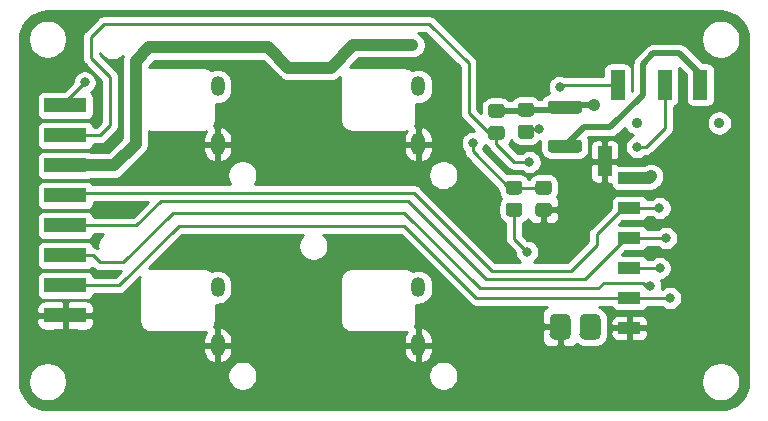
<source format=gbr>
%TF.GenerationSoftware,KiCad,Pcbnew,(5.1.6)-1*%
%TF.CreationDate,2022-07-31T05:20:52+09:00*%
%TF.ProjectId,az-core-top,617a2d63-6f72-4652-9d74-6f702e6b6963,rev?*%
%TF.SameCoordinates,Original*%
%TF.FileFunction,Copper,L2,Bot*%
%TF.FilePolarity,Positive*%
%FSLAX46Y46*%
G04 Gerber Fmt 4.6, Leading zero omitted, Abs format (unit mm)*
G04 Created by KiCad (PCBNEW (5.1.6)-1) date 2022-07-31 05:20:52*
%MOMM*%
%LPD*%
G01*
G04 APERTURE LIST*
%TA.AperFunction,SMDPad,CuDef*%
%ADD10R,3.600000X1.270000*%
%TD*%
%TA.AperFunction,ComponentPad*%
%ADD11O,1.200000X1.700000*%
%TD*%
%TA.AperFunction,ComponentPad*%
%ADD12O,1.200000X1.900000*%
%TD*%
%TA.AperFunction,SMDPad,CuDef*%
%ADD13R,1.900000X1.000000*%
%TD*%
%TA.AperFunction,SMDPad,CuDef*%
%ADD14R,1.200000X2.500000*%
%TD*%
%TA.AperFunction,WasherPad*%
%ADD15C,0.900000*%
%TD*%
%TA.AperFunction,ViaPad*%
%ADD16C,0.800000*%
%TD*%
%TA.AperFunction,ViaPad*%
%ADD17C,1.000000*%
%TD*%
%TA.AperFunction,Conductor*%
%ADD18C,0.250000*%
%TD*%
%TA.AperFunction,Conductor*%
%ADD19C,1.000000*%
%TD*%
%TA.AperFunction,Conductor*%
%ADD20C,0.500000*%
%TD*%
%TA.AperFunction,Conductor*%
%ADD21C,0.254000*%
%TD*%
G04 APERTURE END LIST*
%TO.P,F1,1*%
%TO.N,VIN*%
%TA.AperFunction,SMDPad,CuDef*%
G36*
G01*
X164975000Y-91600000D02*
X162625000Y-91600000D01*
G75*
G02*
X162350000Y-91325000I0J275000D01*
G01*
X162350000Y-90775000D01*
G75*
G02*
X162625000Y-90500000I275000J0D01*
G01*
X164975000Y-90500000D01*
G75*
G02*
X165250000Y-90775000I0J-275000D01*
G01*
X165250000Y-91325000D01*
G75*
G02*
X164975000Y-91600000I-275000J0D01*
G01*
G37*
%TD.AperFunction*%
%TO.P,F1,2*%
%TO.N,VCC*%
%TA.AperFunction,SMDPad,CuDef*%
G36*
G01*
X164975000Y-88300000D02*
X162625000Y-88300000D01*
G75*
G02*
X162350000Y-88025000I0J275000D01*
G01*
X162350000Y-87475000D01*
G75*
G02*
X162625000Y-87200000I275000J0D01*
G01*
X164975000Y-87200000D01*
G75*
G02*
X165250000Y-87475000I0J-275000D01*
G01*
X165250000Y-88025000D01*
G75*
G02*
X164975000Y-88300000I-275000J0D01*
G01*
G37*
%TD.AperFunction*%
%TD*%
D10*
%TO.P,REF\u002A\u002A,1*%
%TO.N,SCL*%
X121500000Y-87610000D03*
%TO.P,REF\u002A\u002A,2*%
%TO.N,SDA*%
X121500000Y-90150000D03*
%TO.P,REF\u002A\u002A,3*%
%TO.N,VCC*%
X121500000Y-92690000D03*
%TO.P,REF\u002A\u002A,4*%
%TO.N,TX*%
X121500000Y-95230000D03*
%TO.P,REF\u002A\u002A,5*%
%TO.N,RX*%
X121500000Y-97770000D03*
%TO.P,REF\u002A\u002A,6*%
%TO.N,KEY1*%
X121500000Y-100310000D03*
%TO.P,REF\u002A\u002A,7*%
%TO.N,MOS_DIN*%
X121500000Y-102850000D03*
%TO.P,REF\u002A\u002A,8*%
%TO.N,GND*%
X121500000Y-105390000D03*
%TD*%
D11*
%TO.P,REF\u002A\u002A,2*%
%TO.N,KEY2*%
X134400008Y-86000164D03*
D12*
%TO.P,REF\u002A\u002A,1*%
%TO.N,GND*%
X134400008Y-90900164D03*
%TD*%
%TO.P,REF\u002A\u002A,1*%
%TO.N,GND*%
X151400008Y-90900164D03*
D11*
%TO.P,REF\u002A\u002A,2*%
%TO.N,KEY3*%
X151400008Y-86000164D03*
%TD*%
%TO.P,REF\u002A\u002A,2*%
%TO.N,KEY6*%
X151400008Y-103000164D03*
D12*
%TO.P,REF\u002A\u002A,1*%
%TO.N,GND*%
X151400008Y-107900164D03*
%TD*%
%TO.P,REF\u002A\u002A,1*%
%TO.N,GND*%
X134400008Y-107900164D03*
D11*
%TO.P,REF\u002A\u002A,2*%
%TO.N,KEY5*%
X134400008Y-103000164D03*
%TD*%
D13*
%TO.P,REF\u002A\u002A,6*%
%TO.N,VCC*%
X169250000Y-93750000D03*
%TO.P,REF\u002A\u002A,4*%
%TO.N,RX*%
X169250000Y-98830000D03*
%TO.P,REF\u002A\u002A,2*%
%TO.N,MOS_DIN*%
X169250000Y-103910000D03*
%TO.P,REF\u002A\u002A,1*%
%TO.N,GND*%
X169250000Y-106450000D03*
%TO.P,REF\u002A\u002A,3*%
%TO.N,EN*%
X169250000Y-101370000D03*
%TO.P,REF\u002A\u002A,5*%
%TO.N,TX*%
X169250000Y-96290000D03*
%TD*%
%TO.P,R4,1*%
%TO.N,GND*%
%TA.AperFunction,SMDPad,CuDef*%
G36*
G01*
X162400000Y-97037500D02*
X161600000Y-97037500D01*
G75*
G02*
X161300000Y-96737500I0J300000D01*
G01*
X161300000Y-96137500D01*
G75*
G02*
X161600000Y-95837500I300000J0D01*
G01*
X162400000Y-95837500D01*
G75*
G02*
X162700000Y-96137500I0J-300000D01*
G01*
X162700000Y-96737500D01*
G75*
G02*
X162400000Y-97037500I-300000J0D01*
G01*
G37*
%TD.AperFunction*%
%TO.P,R4,2*%
%TO.N,VREAD*%
%TA.AperFunction,SMDPad,CuDef*%
G36*
G01*
X162400000Y-95162500D02*
X161600000Y-95162500D01*
G75*
G02*
X161300000Y-94862500I0J300000D01*
G01*
X161300000Y-94262500D01*
G75*
G02*
X161600000Y-93962500I300000J0D01*
G01*
X162400000Y-93962500D01*
G75*
G02*
X162700000Y-94262500I0J-300000D01*
G01*
X162700000Y-94862500D01*
G75*
G02*
X162400000Y-95162500I-300000J0D01*
G01*
G37*
%TD.AperFunction*%
%TD*%
%TO.P,R3,2*%
%TO.N,VREAD*%
%TA.AperFunction,SMDPad,CuDef*%
G36*
G01*
X159900000Y-95162500D02*
X159100000Y-95162500D01*
G75*
G02*
X158800000Y-94862500I0J300000D01*
G01*
X158800000Y-94262500D01*
G75*
G02*
X159100000Y-93962500I300000J0D01*
G01*
X159900000Y-93962500D01*
G75*
G02*
X160200000Y-94262500I0J-300000D01*
G01*
X160200000Y-94862500D01*
G75*
G02*
X159900000Y-95162500I-300000J0D01*
G01*
G37*
%TD.AperFunction*%
%TO.P,R3,1*%
%TO.N,5V*%
%TA.AperFunction,SMDPad,CuDef*%
G36*
G01*
X159900000Y-97037500D02*
X159100000Y-97037500D01*
G75*
G02*
X158800000Y-96737500I0J300000D01*
G01*
X158800000Y-96137500D01*
G75*
G02*
X159100000Y-95837500I300000J0D01*
G01*
X159900000Y-95837500D01*
G75*
G02*
X160200000Y-96137500I0J-300000D01*
G01*
X160200000Y-96737500D01*
G75*
G02*
X159900000Y-97037500I-300000J0D01*
G01*
G37*
%TD.AperFunction*%
%TD*%
%TO.P,J3,2*%
%TO.N,5V*%
%TA.AperFunction,ComponentPad*%
G36*
G01*
X166390000Y-107450000D02*
X165490000Y-107450000D01*
G75*
G02*
X165040000Y-107000000I0J450000D01*
G01*
X165040000Y-105700000D01*
G75*
G02*
X165490000Y-105250000I450000J0D01*
G01*
X166390000Y-105250000D01*
G75*
G02*
X166840000Y-105700000I0J-450000D01*
G01*
X166840000Y-107000000D01*
G75*
G02*
X166390000Y-107450000I-450000J0D01*
G01*
G37*
%TD.AperFunction*%
%TO.P,J3,1*%
%TO.N,GND*%
%TA.AperFunction,ComponentPad*%
G36*
G01*
X163850000Y-107450000D02*
X162950000Y-107450000D01*
G75*
G02*
X162500000Y-107000000I0J450000D01*
G01*
X162500000Y-105700000D01*
G75*
G02*
X162950000Y-105250000I450000J0D01*
G01*
X163850000Y-105250000D01*
G75*
G02*
X164300000Y-105700000I0J-450000D01*
G01*
X164300000Y-107000000D01*
G75*
G02*
X163850000Y-107450000I-450000J0D01*
G01*
G37*
%TD.AperFunction*%
%TD*%
%TO.P,R2,2*%
%TO.N,SCL*%
%TA.AperFunction,SMDPad,CuDef*%
G36*
G01*
X160100000Y-89237500D02*
X160900000Y-89237500D01*
G75*
G02*
X161200000Y-89537500I0J-300000D01*
G01*
X161200000Y-90137500D01*
G75*
G02*
X160900000Y-90437500I-300000J0D01*
G01*
X160100000Y-90437500D01*
G75*
G02*
X159800000Y-90137500I0J300000D01*
G01*
X159800000Y-89537500D01*
G75*
G02*
X160100000Y-89237500I300000J0D01*
G01*
G37*
%TD.AperFunction*%
%TO.P,R2,1*%
%TO.N,VCC*%
%TA.AperFunction,SMDPad,CuDef*%
G36*
G01*
X160100000Y-87362500D02*
X160900000Y-87362500D01*
G75*
G02*
X161200000Y-87662500I0J-300000D01*
G01*
X161200000Y-88262500D01*
G75*
G02*
X160900000Y-88562500I-300000J0D01*
G01*
X160100000Y-88562500D01*
G75*
G02*
X159800000Y-88262500I0J300000D01*
G01*
X159800000Y-87662500D01*
G75*
G02*
X160100000Y-87362500I300000J0D01*
G01*
G37*
%TD.AperFunction*%
%TD*%
%TO.P,R1,1*%
%TO.N,VCC*%
%TA.AperFunction,SMDPad,CuDef*%
G36*
G01*
X157600000Y-87462500D02*
X158400000Y-87462500D01*
G75*
G02*
X158700000Y-87762500I0J-300000D01*
G01*
X158700000Y-88362500D01*
G75*
G02*
X158400000Y-88662500I-300000J0D01*
G01*
X157600000Y-88662500D01*
G75*
G02*
X157300000Y-88362500I0J300000D01*
G01*
X157300000Y-87762500D01*
G75*
G02*
X157600000Y-87462500I300000J0D01*
G01*
G37*
%TD.AperFunction*%
%TO.P,R1,2*%
%TO.N,SDA*%
%TA.AperFunction,SMDPad,CuDef*%
G36*
G01*
X157600000Y-89337500D02*
X158400000Y-89337500D01*
G75*
G02*
X158700000Y-89637500I0J-300000D01*
G01*
X158700000Y-90237500D01*
G75*
G02*
X158400000Y-90537500I-300000J0D01*
G01*
X157600000Y-90537500D01*
G75*
G02*
X157300000Y-90237500I0J300000D01*
G01*
X157300000Y-89637500D01*
G75*
G02*
X157600000Y-89337500I300000J0D01*
G01*
G37*
%TD.AperFunction*%
%TD*%
D14*
%TO.P,PJ320D,4*%
%TO.N,GND*%
X167175000Y-92350000D03*
%TO.P,PJ320D,1*%
%TO.N,SCL*%
X168275000Y-85850000D03*
%TO.P,PJ320D,2*%
%TO.N,SDA*%
X172275000Y-85850000D03*
%TO.P,PJ320D,3*%
%TO.N,VIN*%
X175275000Y-85850000D03*
D15*
%TO.P,PJ320D,*%
%TO.N,*%
X176875000Y-89100000D03*
X169875000Y-89100000D03*
%TD*%
D16*
%TO.N,EN*%
X171830000Y-101370000D03*
%TO.N,GND*%
X127000000Y-106600000D03*
X127600000Y-109400000D03*
X143500000Y-108900000D03*
X147900000Y-109500000D03*
X143100000Y-86500000D03*
X147300000Y-91900000D03*
X130200000Y-91700000D03*
X161200000Y-84300000D03*
D17*
X165200000Y-94200000D03*
X164000000Y-98600000D03*
D16*
%TO.N,TX*%
X171810000Y-96290000D03*
%TO.N,RX*%
X172370000Y-98830000D03*
D17*
%TO.N,VCC*%
X150900000Y-82500000D03*
X171100000Y-93600000D03*
X166262500Y-87562500D03*
D16*
%TO.N,5V*%
X160600000Y-100000000D03*
%TO.N,SDA*%
X169920260Y-91120260D03*
X160800000Y-92400000D03*
%TO.N,SCL*%
X163359740Y-86040260D03*
X123150000Y-85650000D03*
X161600000Y-89600000D03*
%TO.N,KEY1*%
X171010180Y-102889820D03*
%TO.N,MOS_DIN*%
X172690000Y-103910000D03*
%TO.N,VREAD*%
X156000000Y-90800000D03*
%TD*%
D18*
%TO.N,EN*%
X169250000Y-101370000D02*
X171830000Y-101370000D01*
X171830000Y-101370000D02*
X171830000Y-101370000D01*
%TO.N,TX*%
X169250000Y-96290000D02*
X171810000Y-96290000D01*
X171810000Y-96290000D02*
X171810000Y-96290000D01*
X166500000Y-98500000D02*
X168710000Y-96290000D01*
X166500000Y-99400000D02*
X166500000Y-98500000D01*
X164300000Y-101600000D02*
X166500000Y-99400000D01*
X168710000Y-96290000D02*
X169250000Y-96290000D01*
X157600000Y-101600000D02*
X164300000Y-101600000D01*
X151000000Y-95000000D02*
X157600000Y-101600000D01*
X121730000Y-95000000D02*
X151000000Y-95000000D01*
X121500000Y-95230000D02*
X121730000Y-95000000D01*
%TO.N,RX*%
X169250000Y-98830000D02*
X172370000Y-98830000D01*
X172370000Y-98830000D02*
X172370000Y-98830000D01*
X168970000Y-98830000D02*
X169250000Y-98830000D01*
X165500000Y-102300000D02*
X168970000Y-98830000D01*
X150500000Y-95700000D02*
X157100000Y-102300000D01*
X129600000Y-95700000D02*
X150500000Y-95700000D01*
X157100000Y-102300000D02*
X165500000Y-102300000D01*
X127530000Y-97770000D02*
X129600000Y-95700000D01*
X121500000Y-97770000D02*
X127530000Y-97770000D01*
D19*
%TO.N,VCC*%
X150900000Y-82500000D02*
X150900000Y-82500000D01*
X170950000Y-93750000D02*
X171100000Y-93600000D01*
X169250000Y-93750000D02*
X170950000Y-93750000D01*
X145900000Y-82500000D02*
X144000000Y-84400000D01*
X140400000Y-84400000D02*
X138700000Y-82700000D01*
X150900000Y-82500000D02*
X145900000Y-82500000D01*
X144000000Y-84400000D02*
X140400000Y-84400000D01*
X138700000Y-82700000D02*
X128600000Y-82700000D01*
X127450000Y-83850000D02*
X127450000Y-90850000D01*
X128600000Y-82700000D02*
X127450000Y-83850000D01*
X125610000Y-92690000D02*
X121500000Y-92690000D01*
X127450000Y-90850000D02*
X125610000Y-92690000D01*
X166262500Y-87562500D02*
X166262500Y-87562500D01*
D20*
X163987500Y-87562500D02*
X163800000Y-87750000D01*
X166262500Y-87562500D02*
X163987500Y-87562500D01*
X160400000Y-88062500D02*
X160500000Y-87962500D01*
X158000000Y-88062500D02*
X160400000Y-88062500D01*
X163587500Y-87962500D02*
X163800000Y-87750000D01*
X160500000Y-87962500D02*
X163587500Y-87962500D01*
D18*
%TO.N,5V*%
X159500000Y-96437500D02*
X159500000Y-98900000D01*
X159500000Y-98900000D02*
X160600000Y-100000000D01*
X160600000Y-100000000D02*
X160600000Y-100000000D01*
%TO.N,SDA*%
X152300000Y-80700000D02*
X124800000Y-80700000D01*
X123650000Y-81850000D02*
X123650000Y-83550000D01*
X124800000Y-80700000D02*
X123650000Y-81850000D01*
X123650000Y-83550000D02*
X125300000Y-85200000D01*
X125300000Y-85200000D02*
X125300000Y-89300000D01*
X124450000Y-90150000D02*
X121500000Y-90150000D01*
X125300000Y-89300000D02*
X124450000Y-90150000D01*
X170679740Y-91120260D02*
X169920260Y-91120260D01*
X172275000Y-89525000D02*
X170679740Y-91120260D01*
X172275000Y-85850000D02*
X172275000Y-89525000D01*
X158000000Y-89937500D02*
X157337500Y-89937500D01*
X155650000Y-88250000D02*
X155650000Y-84050000D01*
X157337500Y-89937500D02*
X155650000Y-88250000D01*
X155650000Y-84050000D02*
X152300000Y-80700000D01*
X158000000Y-89937500D02*
X158000000Y-90900000D01*
X159500000Y-92400000D02*
X160800000Y-92400000D01*
X158000000Y-90900000D02*
X159500000Y-92400000D01*
%TO.N,SCL*%
X123150000Y-85650000D02*
X123150000Y-85650000D01*
X121500000Y-87300000D02*
X123150000Y-85650000D01*
X121500000Y-87610000D02*
X121500000Y-87300000D01*
X163550000Y-85850000D02*
X163359740Y-86040260D01*
X168275000Y-85850000D02*
X163550000Y-85850000D01*
X160737500Y-89600000D02*
X160500000Y-89837500D01*
X161600000Y-89600000D02*
X160737500Y-89600000D01*
%TO.N,KEY1*%
X124400000Y-100900000D02*
X123810000Y-100310000D01*
X126400000Y-100900000D02*
X124400000Y-100900000D01*
X150200000Y-96700000D02*
X130600000Y-96700000D01*
X123810000Y-100310000D02*
X121500000Y-100310000D01*
X156600000Y-103100000D02*
X150200000Y-96700000D01*
X130600000Y-96700000D02*
X126400000Y-100900000D01*
X171010180Y-102889820D02*
X170689820Y-102889820D01*
X170689820Y-102889820D02*
X170400000Y-102600000D01*
X166600000Y-103100000D02*
X156600000Y-103100000D01*
X170400000Y-102600000D02*
X167100000Y-102600000D01*
X167100000Y-102600000D02*
X166600000Y-103100000D01*
%TO.N,MOS_DIN*%
X169250000Y-103910000D02*
X172690000Y-103910000D01*
X172690000Y-103910000D02*
X172690000Y-103910000D01*
X126050000Y-102850000D02*
X121500000Y-102850000D01*
X131100000Y-97800000D02*
X126050000Y-102850000D01*
X150200000Y-97800000D02*
X131100000Y-97800000D01*
X156310000Y-103910000D02*
X150200000Y-97800000D01*
X169250000Y-103910000D02*
X156310000Y-103910000D01*
%TO.N,VREAD*%
X159062500Y-94562500D02*
X159500000Y-94562500D01*
X156000000Y-91500000D02*
X159062500Y-94562500D01*
X156000000Y-90800000D02*
X156000000Y-91500000D01*
X159500000Y-94562500D02*
X162000000Y-94562500D01*
D20*
%TO.N,VIN*%
X171300000Y-83200000D02*
X173500000Y-83200000D01*
X170400000Y-84100000D02*
X171300000Y-83200000D01*
X170400000Y-86700000D02*
X170400000Y-84100000D01*
X167662500Y-89437500D02*
X170400000Y-86700000D01*
X173500000Y-83200000D02*
X175275000Y-84975000D01*
X175275000Y-84975000D02*
X175275000Y-85850000D01*
X165412500Y-89437500D02*
X163800000Y-91050000D01*
X167662500Y-89437500D02*
X165412500Y-89437500D01*
%TD*%
D21*
%TO.N,GND*%
G36*
X177455456Y-79699785D02*
G01*
X177893561Y-79832056D01*
X178297633Y-80046905D01*
X178652279Y-80336147D01*
X178943989Y-80688764D01*
X179161652Y-81091325D01*
X179296981Y-81528499D01*
X179348000Y-82013917D01*
X179348001Y-110968104D01*
X179300215Y-111455457D01*
X179167944Y-111893560D01*
X178953095Y-112297633D01*
X178663853Y-112652279D01*
X178311236Y-112943989D01*
X177908675Y-113161652D01*
X177471503Y-113296980D01*
X176986083Y-113348000D01*
X120031886Y-113348000D01*
X119544543Y-113300215D01*
X119106440Y-113167944D01*
X118702367Y-112953095D01*
X118347721Y-112663853D01*
X118056011Y-112311236D01*
X117838348Y-111908675D01*
X117703020Y-111471503D01*
X117652000Y-110986083D01*
X117652000Y-110836115D01*
X118336051Y-110836115D01*
X118336051Y-111163885D01*
X118399996Y-111485356D01*
X118525428Y-111788175D01*
X118707527Y-112060706D01*
X118939294Y-112292473D01*
X119211825Y-112474572D01*
X119514644Y-112600004D01*
X119836115Y-112663949D01*
X120163885Y-112663949D01*
X120485356Y-112600004D01*
X120788175Y-112474572D01*
X121060706Y-112292473D01*
X121292473Y-112060706D01*
X121474572Y-111788175D01*
X121600004Y-111485356D01*
X121663949Y-111163885D01*
X121663949Y-110836115D01*
X121600004Y-110514644D01*
X121541909Y-110374390D01*
X135223008Y-110374390D01*
X135223008Y-110625938D01*
X135272082Y-110872651D01*
X135368345Y-111105050D01*
X135508097Y-111314204D01*
X135685968Y-111492075D01*
X135895122Y-111631827D01*
X136127521Y-111728090D01*
X136374234Y-111777164D01*
X136625782Y-111777164D01*
X136872495Y-111728090D01*
X137104894Y-111631827D01*
X137314048Y-111492075D01*
X137491919Y-111314204D01*
X137631671Y-111105050D01*
X137727934Y-110872651D01*
X137777008Y-110625938D01*
X137777008Y-110374390D01*
X152223008Y-110374390D01*
X152223008Y-110625938D01*
X152272082Y-110872651D01*
X152368345Y-111105050D01*
X152508097Y-111314204D01*
X152685968Y-111492075D01*
X152895122Y-111631827D01*
X153127521Y-111728090D01*
X153374234Y-111777164D01*
X153625782Y-111777164D01*
X153872495Y-111728090D01*
X154104894Y-111631827D01*
X154314048Y-111492075D01*
X154491919Y-111314204D01*
X154631671Y-111105050D01*
X154727934Y-110872651D01*
X154735201Y-110836115D01*
X175336051Y-110836115D01*
X175336051Y-111163885D01*
X175399996Y-111485356D01*
X175525428Y-111788175D01*
X175707527Y-112060706D01*
X175939294Y-112292473D01*
X176211825Y-112474572D01*
X176514644Y-112600004D01*
X176836115Y-112663949D01*
X177163885Y-112663949D01*
X177485356Y-112600004D01*
X177788175Y-112474572D01*
X178060706Y-112292473D01*
X178292473Y-112060706D01*
X178474572Y-111788175D01*
X178600004Y-111485356D01*
X178663949Y-111163885D01*
X178663949Y-110836115D01*
X178600004Y-110514644D01*
X178474572Y-110211825D01*
X178292473Y-109939294D01*
X178060706Y-109707527D01*
X177788175Y-109525428D01*
X177485356Y-109399996D01*
X177163885Y-109336051D01*
X176836115Y-109336051D01*
X176514644Y-109399996D01*
X176211825Y-109525428D01*
X175939294Y-109707527D01*
X175707527Y-109939294D01*
X175525428Y-110211825D01*
X175399996Y-110514644D01*
X175336051Y-110836115D01*
X154735201Y-110836115D01*
X154777008Y-110625938D01*
X154777008Y-110374390D01*
X154727934Y-110127677D01*
X154631671Y-109895278D01*
X154491919Y-109686124D01*
X154314048Y-109508253D01*
X154104894Y-109368501D01*
X153872495Y-109272238D01*
X153625782Y-109223164D01*
X153374234Y-109223164D01*
X153127521Y-109272238D01*
X152895122Y-109368501D01*
X152685968Y-109508253D01*
X152508097Y-109686124D01*
X152368345Y-109895278D01*
X152272082Y-110127677D01*
X152223008Y-110374390D01*
X137777008Y-110374390D01*
X137727934Y-110127677D01*
X137631671Y-109895278D01*
X137491919Y-109686124D01*
X137314048Y-109508253D01*
X137104894Y-109368501D01*
X136872495Y-109272238D01*
X136625782Y-109223164D01*
X136374234Y-109223164D01*
X136127521Y-109272238D01*
X135895122Y-109368501D01*
X135685968Y-109508253D01*
X135508097Y-109686124D01*
X135368345Y-109895278D01*
X135272082Y-110127677D01*
X135223008Y-110374390D01*
X121541909Y-110374390D01*
X121474572Y-110211825D01*
X121292473Y-109939294D01*
X121060706Y-109707527D01*
X120788175Y-109525428D01*
X120485356Y-109399996D01*
X120163885Y-109336051D01*
X119836115Y-109336051D01*
X119514644Y-109399996D01*
X119211825Y-109525428D01*
X118939294Y-109707527D01*
X118707527Y-109939294D01*
X118525428Y-110211825D01*
X118399996Y-110514644D01*
X118336051Y-110836115D01*
X117652000Y-110836115D01*
X117652000Y-108027164D01*
X133165008Y-108027164D01*
X133165008Y-108377164D01*
X133213515Y-108615660D01*
X133307618Y-108840110D01*
X133443701Y-109041889D01*
X133616534Y-109213242D01*
X133819475Y-109347585D01*
X134044726Y-109439755D01*
X134082399Y-109443626D01*
X134273008Y-109318895D01*
X134273008Y-108027164D01*
X134527008Y-108027164D01*
X134527008Y-109318895D01*
X134717617Y-109443626D01*
X134755290Y-109439755D01*
X134980541Y-109347585D01*
X135183482Y-109213242D01*
X135356315Y-109041889D01*
X135492398Y-108840110D01*
X135586501Y-108615660D01*
X135635008Y-108377164D01*
X135635008Y-108027164D01*
X150165008Y-108027164D01*
X150165008Y-108377164D01*
X150213515Y-108615660D01*
X150307618Y-108840110D01*
X150443701Y-109041889D01*
X150616534Y-109213242D01*
X150819475Y-109347585D01*
X151044726Y-109439755D01*
X151082399Y-109443626D01*
X151273008Y-109318895D01*
X151273008Y-108027164D01*
X151527008Y-108027164D01*
X151527008Y-109318895D01*
X151717617Y-109443626D01*
X151755290Y-109439755D01*
X151980541Y-109347585D01*
X152183482Y-109213242D01*
X152356315Y-109041889D01*
X152492398Y-108840110D01*
X152586501Y-108615660D01*
X152635008Y-108377164D01*
X152635008Y-108027164D01*
X151527008Y-108027164D01*
X151273008Y-108027164D01*
X150165008Y-108027164D01*
X135635008Y-108027164D01*
X134527008Y-108027164D01*
X134273008Y-108027164D01*
X133165008Y-108027164D01*
X117652000Y-108027164D01*
X117652000Y-106025000D01*
X119061928Y-106025000D01*
X119074188Y-106149482D01*
X119110498Y-106269180D01*
X119169463Y-106379494D01*
X119248815Y-106476185D01*
X119345506Y-106555537D01*
X119455820Y-106614502D01*
X119575518Y-106650812D01*
X119700000Y-106663072D01*
X121214250Y-106660000D01*
X121373000Y-106501250D01*
X121373000Y-105517000D01*
X121627000Y-105517000D01*
X121627000Y-106501250D01*
X121785750Y-106660000D01*
X123300000Y-106663072D01*
X123424482Y-106650812D01*
X123544180Y-106614502D01*
X123654494Y-106555537D01*
X123751185Y-106476185D01*
X123830537Y-106379494D01*
X123889502Y-106269180D01*
X123925812Y-106149482D01*
X123938072Y-106025000D01*
X123935000Y-105675750D01*
X123776250Y-105517000D01*
X121627000Y-105517000D01*
X121373000Y-105517000D01*
X119223750Y-105517000D01*
X119065000Y-105675750D01*
X119061928Y-106025000D01*
X117652000Y-106025000D01*
X117652000Y-104755000D01*
X119061928Y-104755000D01*
X119065000Y-105104250D01*
X119223750Y-105263000D01*
X121373000Y-105263000D01*
X121373000Y-104278750D01*
X121627000Y-104278750D01*
X121627000Y-105263000D01*
X123776250Y-105263000D01*
X123935000Y-105104250D01*
X123938072Y-104755000D01*
X123925812Y-104630518D01*
X123889502Y-104510820D01*
X123830537Y-104400506D01*
X123751185Y-104303815D01*
X123654494Y-104224463D01*
X123544180Y-104165498D01*
X123424482Y-104129188D01*
X123300000Y-104116928D01*
X121785750Y-104120000D01*
X121627000Y-104278750D01*
X121373000Y-104278750D01*
X121214250Y-104120000D01*
X119700000Y-104116928D01*
X119575518Y-104129188D01*
X119455820Y-104165498D01*
X119345506Y-104224463D01*
X119248815Y-104303815D01*
X119169463Y-104400506D01*
X119110498Y-104510820D01*
X119074188Y-104630518D01*
X119061928Y-104755000D01*
X117652000Y-104755000D01*
X117652000Y-89515000D01*
X119069967Y-89515000D01*
X119069967Y-90785000D01*
X119082073Y-90907913D01*
X119117925Y-91026103D01*
X119176147Y-91135028D01*
X119254499Y-91230501D01*
X119349972Y-91308853D01*
X119458897Y-91367075D01*
X119577087Y-91402927D01*
X119700000Y-91415033D01*
X123300000Y-91415033D01*
X123422913Y-91402927D01*
X123541103Y-91367075D01*
X123650028Y-91308853D01*
X123745501Y-91230501D01*
X123823853Y-91135028D01*
X123882075Y-91026103D01*
X123917927Y-90907913D01*
X123918509Y-90902000D01*
X124413065Y-90902000D01*
X124450000Y-90905638D01*
X124486935Y-90902000D01*
X124486938Y-90902000D01*
X124597418Y-90891119D01*
X124739170Y-90848118D01*
X124869810Y-90778290D01*
X124984317Y-90684317D01*
X125007867Y-90655621D01*
X125805621Y-89857867D01*
X125834317Y-89834317D01*
X125928290Y-89719810D01*
X125998118Y-89589170D01*
X126041119Y-89447418D01*
X126052000Y-89336938D01*
X126052000Y-89336936D01*
X126055638Y-89300000D01*
X126052000Y-89263062D01*
X126052000Y-85236935D01*
X126055638Y-85199999D01*
X126049680Y-85139506D01*
X126041119Y-85052582D01*
X125998118Y-84910830D01*
X125941892Y-84805638D01*
X125928290Y-84780189D01*
X125857863Y-84694374D01*
X125834317Y-84665683D01*
X125805627Y-84642138D01*
X124402000Y-83238512D01*
X124402000Y-83155418D01*
X124508097Y-83314204D01*
X124685968Y-83492075D01*
X124895122Y-83631827D01*
X125127521Y-83728090D01*
X125374234Y-83777164D01*
X125625782Y-83777164D01*
X125872495Y-83728090D01*
X126104894Y-83631827D01*
X126314048Y-83492075D01*
X126420121Y-83386002D01*
X126403750Y-83416630D01*
X126339307Y-83629070D01*
X126323000Y-83794636D01*
X126323000Y-83794646D01*
X126317548Y-83850000D01*
X126323000Y-83905354D01*
X126323001Y-90383180D01*
X125143182Y-91563000D01*
X123688841Y-91563000D01*
X123650028Y-91531147D01*
X123541103Y-91472925D01*
X123422913Y-91437073D01*
X123300000Y-91424967D01*
X119700000Y-91424967D01*
X119577087Y-91437073D01*
X119458897Y-91472925D01*
X119349972Y-91531147D01*
X119254499Y-91609499D01*
X119176147Y-91704972D01*
X119117925Y-91813897D01*
X119082073Y-91932087D01*
X119069967Y-92055000D01*
X119069967Y-93325000D01*
X119082073Y-93447913D01*
X119117925Y-93566103D01*
X119176147Y-93675028D01*
X119254499Y-93770501D01*
X119349972Y-93848853D01*
X119458897Y-93907075D01*
X119577087Y-93942927D01*
X119700000Y-93955033D01*
X123300000Y-93955033D01*
X123422913Y-93942927D01*
X123541103Y-93907075D01*
X123650028Y-93848853D01*
X123688841Y-93817000D01*
X125554646Y-93817000D01*
X125610000Y-93822452D01*
X125665354Y-93817000D01*
X125665365Y-93817000D01*
X125830931Y-93800693D01*
X126043371Y-93736250D01*
X126239157Y-93631600D01*
X126410765Y-93490765D01*
X126446059Y-93447759D01*
X128207764Y-91686055D01*
X128250765Y-91650765D01*
X128286055Y-91607764D01*
X128286058Y-91607761D01*
X128391600Y-91479157D01*
X128496250Y-91283371D01*
X128515045Y-91221411D01*
X128560693Y-91070931D01*
X128565003Y-91027164D01*
X133165008Y-91027164D01*
X133165008Y-91377164D01*
X133213515Y-91615660D01*
X133307618Y-91840110D01*
X133443701Y-92041889D01*
X133616534Y-92213242D01*
X133819475Y-92347585D01*
X134044726Y-92439755D01*
X134082399Y-92443626D01*
X134273008Y-92318895D01*
X134273008Y-91027164D01*
X134527008Y-91027164D01*
X134527008Y-92318895D01*
X134717617Y-92443626D01*
X134755290Y-92439755D01*
X134980541Y-92347585D01*
X135183482Y-92213242D01*
X135356315Y-92041889D01*
X135492398Y-91840110D01*
X135586501Y-91615660D01*
X135635008Y-91377164D01*
X135635008Y-91027164D01*
X150165008Y-91027164D01*
X150165008Y-91377164D01*
X150213515Y-91615660D01*
X150307618Y-91840110D01*
X150443701Y-92041889D01*
X150616534Y-92213242D01*
X150819475Y-92347585D01*
X151044726Y-92439755D01*
X151082399Y-92443626D01*
X151273008Y-92318895D01*
X151273008Y-91027164D01*
X151527008Y-91027164D01*
X151527008Y-92318895D01*
X151717617Y-92443626D01*
X151755290Y-92439755D01*
X151980541Y-92347585D01*
X152183482Y-92213242D01*
X152356315Y-92041889D01*
X152492398Y-91840110D01*
X152586501Y-91615660D01*
X152635008Y-91377164D01*
X152635008Y-91027164D01*
X151527008Y-91027164D01*
X151273008Y-91027164D01*
X150165008Y-91027164D01*
X135635008Y-91027164D01*
X134527008Y-91027164D01*
X134273008Y-91027164D01*
X133165008Y-91027164D01*
X128565003Y-91027164D01*
X128577000Y-90905365D01*
X128577000Y-90905355D01*
X128582452Y-90850000D01*
X128577000Y-90794646D01*
X128577000Y-89808721D01*
X128616271Y-89817068D01*
X128617137Y-89817159D01*
X128617285Y-89817204D01*
X128621731Y-89817642D01*
X128625656Y-89818054D01*
X128625664Y-89818056D01*
X128625671Y-89818056D01*
X128683941Y-89823769D01*
X128683942Y-89823769D01*
X128716748Y-89827000D01*
X133283252Y-89827000D01*
X133311732Y-89824195D01*
X133313451Y-89824207D01*
X133322858Y-89823284D01*
X133350802Y-89820347D01*
X133382715Y-89817204D01*
X133386528Y-89816047D01*
X133407793Y-89811683D01*
X133307618Y-89960218D01*
X133213515Y-90184668D01*
X133165008Y-90423164D01*
X133165008Y-90773164D01*
X134273008Y-90773164D01*
X134273008Y-89481433D01*
X134527008Y-89481433D01*
X134527008Y-90773164D01*
X135635008Y-90773164D01*
X135635008Y-90423164D01*
X135586501Y-90184668D01*
X135492398Y-89960218D01*
X135356315Y-89758439D01*
X135183482Y-89587086D01*
X134980541Y-89452743D01*
X134755290Y-89360573D01*
X134717617Y-89356702D01*
X134527008Y-89481433D01*
X134273008Y-89481433D01*
X134082940Y-89357056D01*
X134093132Y-89342171D01*
X134097628Y-89333856D01*
X134125116Y-89282160D01*
X134148499Y-89225432D01*
X134172674Y-89169027D01*
X134175469Y-89159998D01*
X134192392Y-89103947D01*
X134204317Y-89043723D01*
X134217068Y-88983729D01*
X134217159Y-88982863D01*
X134217204Y-88982715D01*
X134217642Y-88978269D01*
X134218055Y-88974339D01*
X134218056Y-88974336D01*
X134218056Y-88974329D01*
X134223769Y-88916059D01*
X134223769Y-88916058D01*
X134227000Y-88883252D01*
X134227000Y-87466060D01*
X134400008Y-87483100D01*
X134640542Y-87459409D01*
X134871832Y-87389248D01*
X135084991Y-87275313D01*
X135271825Y-87121981D01*
X135425157Y-86935147D01*
X135539092Y-86721987D01*
X135609253Y-86490697D01*
X135627008Y-86310431D01*
X135627008Y-85689896D01*
X135609253Y-85509630D01*
X135539092Y-85278340D01*
X135425157Y-85065181D01*
X135271825Y-84878347D01*
X135084990Y-84725015D01*
X134871831Y-84611080D01*
X134640541Y-84540919D01*
X134400008Y-84517228D01*
X134159474Y-84540919D01*
X133928184Y-84611080D01*
X133902643Y-84624732D01*
X133896555Y-84618515D01*
X133889272Y-84612490D01*
X133843899Y-84575485D01*
X133792785Y-84541525D01*
X133742171Y-84506868D01*
X133733856Y-84502372D01*
X133682160Y-84474884D01*
X133625420Y-84451496D01*
X133569027Y-84427326D01*
X133560008Y-84424534D01*
X133560003Y-84424532D01*
X133559998Y-84424531D01*
X133503947Y-84407608D01*
X133443716Y-84395682D01*
X133383729Y-84382932D01*
X133382863Y-84382841D01*
X133382715Y-84382796D01*
X133378260Y-84382357D01*
X133374345Y-84381946D01*
X133374336Y-84381944D01*
X133374328Y-84381944D01*
X133316059Y-84376231D01*
X133316058Y-84376231D01*
X133283252Y-84373000D01*
X128716748Y-84373000D01*
X128688268Y-84375805D01*
X128686549Y-84375793D01*
X128677142Y-84376716D01*
X128649206Y-84379652D01*
X128617285Y-84382796D01*
X128613470Y-84383953D01*
X128577000Y-84391439D01*
X128577000Y-84316818D01*
X129066819Y-83827000D01*
X138233182Y-83827000D01*
X139563945Y-85157764D01*
X139599235Y-85200765D01*
X139642236Y-85236055D01*
X139642239Y-85236058D01*
X139732655Y-85310260D01*
X139770843Y-85341600D01*
X139966629Y-85446250D01*
X140179069Y-85510693D01*
X140344635Y-85527000D01*
X140344645Y-85527000D01*
X140399999Y-85532452D01*
X140455354Y-85527000D01*
X143944646Y-85527000D01*
X144000000Y-85532452D01*
X144055354Y-85527000D01*
X144055365Y-85527000D01*
X144220931Y-85510693D01*
X144433371Y-85446250D01*
X144629157Y-85341600D01*
X144783156Y-85215216D01*
X144782932Y-85216271D01*
X144782841Y-85217142D01*
X144782797Y-85217285D01*
X144782373Y-85221589D01*
X144781946Y-85225655D01*
X144781944Y-85225664D01*
X144781944Y-85225672D01*
X144776231Y-85283941D01*
X144776231Y-85283952D01*
X144773001Y-85316748D01*
X144773000Y-88883251D01*
X144775805Y-88911731D01*
X144775793Y-88913451D01*
X144776716Y-88922858D01*
X144779654Y-88950816D01*
X144782796Y-88982714D01*
X144783952Y-88986524D01*
X144795171Y-89041182D01*
X144806672Y-89101470D01*
X144809404Y-89110519D01*
X144826718Y-89166451D01*
X144850493Y-89223008D01*
X144873483Y-89279911D01*
X144877921Y-89288256D01*
X144905769Y-89339760D01*
X144940090Y-89390643D01*
X144973679Y-89441971D01*
X144979651Y-89449294D01*
X144979654Y-89449298D01*
X144979658Y-89449302D01*
X145016974Y-89494409D01*
X145060518Y-89537649D01*
X145103445Y-89581485D01*
X145110728Y-89587510D01*
X145156102Y-89624515D01*
X145207198Y-89658463D01*
X145257829Y-89693132D01*
X145266144Y-89697628D01*
X145317840Y-89725116D01*
X145374568Y-89748499D01*
X145430973Y-89772674D01*
X145439996Y-89775467D01*
X145439998Y-89775468D01*
X145440000Y-89775468D01*
X145440002Y-89775469D01*
X145496053Y-89792392D01*
X145556277Y-89804317D01*
X145616271Y-89817068D01*
X145617137Y-89817159D01*
X145617285Y-89817204D01*
X145621731Y-89817642D01*
X145625656Y-89818054D01*
X145625664Y-89818056D01*
X145625671Y-89818056D01*
X145683941Y-89823769D01*
X145683942Y-89823769D01*
X145716748Y-89827000D01*
X150283252Y-89827000D01*
X150311732Y-89824195D01*
X150313451Y-89824207D01*
X150322858Y-89823284D01*
X150350802Y-89820347D01*
X150382715Y-89817204D01*
X150386528Y-89816047D01*
X150407793Y-89811683D01*
X150307618Y-89960218D01*
X150213515Y-90184668D01*
X150165008Y-90423164D01*
X150165008Y-90773164D01*
X151273008Y-90773164D01*
X151273008Y-89481433D01*
X151527008Y-89481433D01*
X151527008Y-90773164D01*
X152635008Y-90773164D01*
X152635008Y-90423164D01*
X152586501Y-90184668D01*
X152492398Y-89960218D01*
X152356315Y-89758439D01*
X152183482Y-89587086D01*
X151980541Y-89452743D01*
X151755290Y-89360573D01*
X151717617Y-89356702D01*
X151527008Y-89481433D01*
X151273008Y-89481433D01*
X151082940Y-89357056D01*
X151093132Y-89342171D01*
X151097628Y-89333856D01*
X151125116Y-89282160D01*
X151148499Y-89225432D01*
X151172674Y-89169027D01*
X151175469Y-89159998D01*
X151192392Y-89103947D01*
X151204317Y-89043723D01*
X151217068Y-88983729D01*
X151217159Y-88982863D01*
X151217204Y-88982715D01*
X151217642Y-88978269D01*
X151218055Y-88974339D01*
X151218056Y-88974336D01*
X151218056Y-88974329D01*
X151223769Y-88916059D01*
X151223769Y-88916058D01*
X151227000Y-88883252D01*
X151227000Y-87466060D01*
X151400008Y-87483100D01*
X151640542Y-87459409D01*
X151871832Y-87389248D01*
X152084991Y-87275313D01*
X152271825Y-87121981D01*
X152425157Y-86935147D01*
X152539092Y-86721987D01*
X152609253Y-86490697D01*
X152627008Y-86310431D01*
X152627008Y-85689896D01*
X152609253Y-85509630D01*
X152539092Y-85278340D01*
X152425157Y-85065181D01*
X152271825Y-84878347D01*
X152084990Y-84725015D01*
X151871831Y-84611080D01*
X151640541Y-84540919D01*
X151400008Y-84517228D01*
X151159474Y-84540919D01*
X150928184Y-84611080D01*
X150902643Y-84624732D01*
X150896555Y-84618515D01*
X150889272Y-84612490D01*
X150843899Y-84575485D01*
X150792785Y-84541525D01*
X150742171Y-84506868D01*
X150733856Y-84502372D01*
X150682160Y-84474884D01*
X150625420Y-84451496D01*
X150569027Y-84427326D01*
X150560008Y-84424534D01*
X150560003Y-84424532D01*
X150559998Y-84424531D01*
X150503947Y-84407608D01*
X150443716Y-84395682D01*
X150383729Y-84382932D01*
X150382863Y-84382841D01*
X150382715Y-84382796D01*
X150378260Y-84382357D01*
X150374345Y-84381946D01*
X150374336Y-84381944D01*
X150374328Y-84381944D01*
X150316059Y-84376231D01*
X150316058Y-84376231D01*
X150283252Y-84373000D01*
X145716748Y-84373000D01*
X145688268Y-84375805D01*
X145686549Y-84375793D01*
X145677142Y-84376716D01*
X145649206Y-84379652D01*
X145617285Y-84382796D01*
X145613470Y-84383953D01*
X145608934Y-84384884D01*
X146366819Y-83627000D01*
X151011000Y-83627000D01*
X151065567Y-83616146D01*
X151120931Y-83610693D01*
X151174167Y-83594544D01*
X151228734Y-83583690D01*
X151280134Y-83562399D01*
X151333371Y-83546250D01*
X151382435Y-83520025D01*
X151433835Y-83498734D01*
X151480094Y-83467825D01*
X151529157Y-83441600D01*
X151572159Y-83406309D01*
X151618421Y-83375398D01*
X151657764Y-83336055D01*
X151700765Y-83300765D01*
X151736055Y-83257764D01*
X151775398Y-83218421D01*
X151806309Y-83172159D01*
X151841600Y-83129157D01*
X151867825Y-83080094D01*
X151898734Y-83033835D01*
X151920025Y-82982435D01*
X151946250Y-82933371D01*
X151962399Y-82880134D01*
X151983690Y-82828734D01*
X151994544Y-82774167D01*
X152010693Y-82720931D01*
X152016146Y-82665567D01*
X152027000Y-82611000D01*
X152027000Y-82555365D01*
X152032453Y-82500000D01*
X152027000Y-82444635D01*
X152027000Y-82389000D01*
X152016146Y-82334433D01*
X152010693Y-82279069D01*
X151994544Y-82225833D01*
X151983690Y-82171266D01*
X151962399Y-82119866D01*
X151946250Y-82066629D01*
X151920025Y-82017565D01*
X151898734Y-81966165D01*
X151867825Y-81919906D01*
X151841600Y-81870843D01*
X151806309Y-81827841D01*
X151775398Y-81781579D01*
X151736055Y-81742236D01*
X151700765Y-81699235D01*
X151657764Y-81663945D01*
X151618421Y-81624602D01*
X151572159Y-81593691D01*
X151529157Y-81558400D01*
X151480094Y-81532175D01*
X151433835Y-81501266D01*
X151382435Y-81479975D01*
X151333371Y-81453750D01*
X151327602Y-81452000D01*
X151988512Y-81452000D01*
X154898001Y-84361490D01*
X154898000Y-88213064D01*
X154894362Y-88250000D01*
X154898000Y-88286935D01*
X154898000Y-88286937D01*
X154908881Y-88397417D01*
X154947237Y-88523857D01*
X154951882Y-88539169D01*
X155021710Y-88669810D01*
X155061594Y-88718408D01*
X155115683Y-88784317D01*
X155144379Y-88807867D01*
X156111587Y-89775076D01*
X156101151Y-89773000D01*
X155898849Y-89773000D01*
X155700435Y-89812467D01*
X155513533Y-89889885D01*
X155345326Y-90002277D01*
X155202277Y-90145326D01*
X155089885Y-90313533D01*
X155012467Y-90500435D01*
X154973000Y-90698849D01*
X154973000Y-90901151D01*
X155012467Y-91099565D01*
X155089885Y-91286467D01*
X155202277Y-91454674D01*
X155244653Y-91497050D01*
X155244362Y-91500000D01*
X155248000Y-91536935D01*
X155248000Y-91536938D01*
X155258881Y-91647418D01*
X155276341Y-91704972D01*
X155301882Y-91789169D01*
X155371710Y-91919810D01*
X155442137Y-92005625D01*
X155465684Y-92034317D01*
X155494375Y-92057863D01*
X158169967Y-94733456D01*
X158169967Y-94862500D01*
X158187837Y-95043940D01*
X158240762Y-95218408D01*
X158326706Y-95379199D01*
X158425844Y-95500000D01*
X158326706Y-95620801D01*
X158240762Y-95781592D01*
X158187837Y-95956060D01*
X158169967Y-96137500D01*
X158169967Y-96737500D01*
X158187837Y-96918940D01*
X158240762Y-97093408D01*
X158326706Y-97254199D01*
X158442367Y-97395133D01*
X158583301Y-97510794D01*
X158744092Y-97596738D01*
X158748000Y-97597924D01*
X158748001Y-98863055D01*
X158744362Y-98900000D01*
X158758882Y-99047417D01*
X158801882Y-99189169D01*
X158871710Y-99319810D01*
X158914304Y-99371710D01*
X158965684Y-99434317D01*
X158994375Y-99457863D01*
X159573000Y-100036489D01*
X159573000Y-100101151D01*
X159612467Y-100299565D01*
X159689885Y-100486467D01*
X159802277Y-100654674D01*
X159945326Y-100797723D01*
X160020571Y-100848000D01*
X157911488Y-100848000D01*
X151557867Y-94494379D01*
X151534317Y-94465683D01*
X151419810Y-94371710D01*
X151289170Y-94301882D01*
X151147418Y-94258881D01*
X151036938Y-94248000D01*
X151036935Y-94248000D01*
X151000000Y-94244362D01*
X150963065Y-94248000D01*
X137536155Y-94248000D01*
X137631671Y-94105050D01*
X137727934Y-93872651D01*
X137777008Y-93625938D01*
X137777008Y-93374390D01*
X152223008Y-93374390D01*
X152223008Y-93625938D01*
X152272082Y-93872651D01*
X152368345Y-94105050D01*
X152508097Y-94314204D01*
X152685968Y-94492075D01*
X152895122Y-94631827D01*
X153127521Y-94728090D01*
X153374234Y-94777164D01*
X153625782Y-94777164D01*
X153872495Y-94728090D01*
X154104894Y-94631827D01*
X154314048Y-94492075D01*
X154491919Y-94314204D01*
X154631671Y-94105050D01*
X154727934Y-93872651D01*
X154777008Y-93625938D01*
X154777008Y-93374390D01*
X154727934Y-93127677D01*
X154631671Y-92895278D01*
X154491919Y-92686124D01*
X154314048Y-92508253D01*
X154104894Y-92368501D01*
X153872495Y-92272238D01*
X153625782Y-92223164D01*
X153374234Y-92223164D01*
X153127521Y-92272238D01*
X152895122Y-92368501D01*
X152685968Y-92508253D01*
X152508097Y-92686124D01*
X152368345Y-92895278D01*
X152272082Y-93127677D01*
X152223008Y-93374390D01*
X137777008Y-93374390D01*
X137727934Y-93127677D01*
X137631671Y-92895278D01*
X137491919Y-92686124D01*
X137314048Y-92508253D01*
X137104894Y-92368501D01*
X136872495Y-92272238D01*
X136625782Y-92223164D01*
X136374234Y-92223164D01*
X136127521Y-92272238D01*
X135895122Y-92368501D01*
X135685968Y-92508253D01*
X135508097Y-92686124D01*
X135368345Y-92895278D01*
X135272082Y-93127677D01*
X135223008Y-93374390D01*
X135223008Y-93625938D01*
X135272082Y-93872651D01*
X135368345Y-94105050D01*
X135463861Y-94248000D01*
X123825472Y-94248000D01*
X123823853Y-94244972D01*
X123745501Y-94149499D01*
X123650028Y-94071147D01*
X123541103Y-94012925D01*
X123422913Y-93977073D01*
X123300000Y-93964967D01*
X119700000Y-93964967D01*
X119577087Y-93977073D01*
X119458897Y-94012925D01*
X119349972Y-94071147D01*
X119254499Y-94149499D01*
X119176147Y-94244972D01*
X119117925Y-94353897D01*
X119082073Y-94472087D01*
X119069967Y-94595000D01*
X119069967Y-95865000D01*
X119082073Y-95987913D01*
X119117925Y-96106103D01*
X119176147Y-96215028D01*
X119254499Y-96310501D01*
X119349972Y-96388853D01*
X119458897Y-96447075D01*
X119577087Y-96482927D01*
X119700000Y-96495033D01*
X123300000Y-96495033D01*
X123422913Y-96482927D01*
X123541103Y-96447075D01*
X123650028Y-96388853D01*
X123745501Y-96310501D01*
X123823853Y-96215028D01*
X123882075Y-96106103D01*
X123917927Y-95987913D01*
X123930033Y-95865000D01*
X123930033Y-95752000D01*
X128484511Y-95752000D01*
X127218512Y-97018000D01*
X123918509Y-97018000D01*
X123917927Y-97012087D01*
X123882075Y-96893897D01*
X123823853Y-96784972D01*
X123745501Y-96689499D01*
X123650028Y-96611147D01*
X123541103Y-96552925D01*
X123422913Y-96517073D01*
X123300000Y-96504967D01*
X119700000Y-96504967D01*
X119577087Y-96517073D01*
X119458897Y-96552925D01*
X119349972Y-96611147D01*
X119254499Y-96689499D01*
X119176147Y-96784972D01*
X119117925Y-96893897D01*
X119082073Y-97012087D01*
X119069967Y-97135000D01*
X119069967Y-98405000D01*
X119082073Y-98527913D01*
X119117925Y-98646103D01*
X119176147Y-98755028D01*
X119254499Y-98850501D01*
X119349972Y-98928853D01*
X119458897Y-98987075D01*
X119577087Y-99022927D01*
X119700000Y-99035033D01*
X123300000Y-99035033D01*
X123422913Y-99022927D01*
X123541103Y-98987075D01*
X123650028Y-98928853D01*
X123745501Y-98850501D01*
X123823853Y-98755028D01*
X123882075Y-98646103D01*
X123917927Y-98527913D01*
X123918509Y-98522000D01*
X124672221Y-98522000D01*
X124508097Y-98686124D01*
X124368345Y-98895278D01*
X124272082Y-99127677D01*
X124223008Y-99374390D01*
X124223008Y-99625938D01*
X124234939Y-99685919D01*
X124229810Y-99681710D01*
X124099170Y-99611882D01*
X123957418Y-99568881D01*
X123919210Y-99565118D01*
X123917927Y-99552087D01*
X123882075Y-99433897D01*
X123823853Y-99324972D01*
X123745501Y-99229499D01*
X123650028Y-99151147D01*
X123541103Y-99092925D01*
X123422913Y-99057073D01*
X123300000Y-99044967D01*
X119700000Y-99044967D01*
X119577087Y-99057073D01*
X119458897Y-99092925D01*
X119349972Y-99151147D01*
X119254499Y-99229499D01*
X119176147Y-99324972D01*
X119117925Y-99433897D01*
X119082073Y-99552087D01*
X119069967Y-99675000D01*
X119069967Y-100945000D01*
X119082073Y-101067913D01*
X119117925Y-101186103D01*
X119176147Y-101295028D01*
X119254499Y-101390501D01*
X119349972Y-101468853D01*
X119458897Y-101527075D01*
X119577087Y-101562927D01*
X119700000Y-101575033D01*
X123300000Y-101575033D01*
X123422913Y-101562927D01*
X123541103Y-101527075D01*
X123650028Y-101468853D01*
X123745501Y-101390501D01*
X123782242Y-101345731D01*
X123842137Y-101405626D01*
X123865683Y-101434317D01*
X123894374Y-101457863D01*
X123980189Y-101528290D01*
X124068486Y-101575485D01*
X124110830Y-101598118D01*
X124252582Y-101641119D01*
X124363062Y-101652000D01*
X124363064Y-101652000D01*
X124399999Y-101655638D01*
X124436935Y-101652000D01*
X126184512Y-101652000D01*
X125738512Y-102098000D01*
X123918509Y-102098000D01*
X123917927Y-102092087D01*
X123882075Y-101973897D01*
X123823853Y-101864972D01*
X123745501Y-101769499D01*
X123650028Y-101691147D01*
X123541103Y-101632925D01*
X123422913Y-101597073D01*
X123300000Y-101584967D01*
X119700000Y-101584967D01*
X119577087Y-101597073D01*
X119458897Y-101632925D01*
X119349972Y-101691147D01*
X119254499Y-101769499D01*
X119176147Y-101864972D01*
X119117925Y-101973897D01*
X119082073Y-102092087D01*
X119069967Y-102215000D01*
X119069967Y-103485000D01*
X119082073Y-103607913D01*
X119117925Y-103726103D01*
X119176147Y-103835028D01*
X119254499Y-103930501D01*
X119349972Y-104008853D01*
X119458897Y-104067075D01*
X119577087Y-104102927D01*
X119700000Y-104115033D01*
X123300000Y-104115033D01*
X123422913Y-104102927D01*
X123541103Y-104067075D01*
X123650028Y-104008853D01*
X123745501Y-103930501D01*
X123823853Y-103835028D01*
X123882075Y-103726103D01*
X123917927Y-103607913D01*
X123918509Y-103602000D01*
X126013065Y-103602000D01*
X126050000Y-103605638D01*
X126086935Y-103602000D01*
X126086938Y-103602000D01*
X126197418Y-103591119D01*
X126339170Y-103548118D01*
X126469810Y-103478290D01*
X126584317Y-103384317D01*
X126607867Y-103355621D01*
X127792572Y-102170916D01*
X127782932Y-102216271D01*
X127782841Y-102217142D01*
X127782797Y-102217285D01*
X127782373Y-102221589D01*
X127781946Y-102225655D01*
X127781944Y-102225664D01*
X127781944Y-102225672D01*
X127776231Y-102283941D01*
X127776231Y-102283952D01*
X127773001Y-102316748D01*
X127773000Y-105883251D01*
X127775805Y-105911731D01*
X127775793Y-105913451D01*
X127776716Y-105922858D01*
X127779654Y-105950816D01*
X127782796Y-105982714D01*
X127783952Y-105986524D01*
X127795171Y-106041182D01*
X127806672Y-106101470D01*
X127809404Y-106110519D01*
X127826718Y-106166451D01*
X127850489Y-106223000D01*
X127873483Y-106279911D01*
X127877921Y-106288256D01*
X127905769Y-106339760D01*
X127940090Y-106390643D01*
X127973679Y-106441971D01*
X127979651Y-106449294D01*
X127979654Y-106449298D01*
X127979658Y-106449302D01*
X128016974Y-106494409D01*
X128060518Y-106537649D01*
X128103445Y-106581485D01*
X128110728Y-106587510D01*
X128156102Y-106624515D01*
X128207198Y-106658463D01*
X128257829Y-106693132D01*
X128266144Y-106697628D01*
X128317840Y-106725116D01*
X128374568Y-106748499D01*
X128430973Y-106772674D01*
X128439996Y-106775467D01*
X128439998Y-106775468D01*
X128440000Y-106775468D01*
X128440002Y-106775469D01*
X128496053Y-106792392D01*
X128556277Y-106804317D01*
X128616271Y-106817068D01*
X128617137Y-106817159D01*
X128617285Y-106817204D01*
X128621731Y-106817642D01*
X128625656Y-106818054D01*
X128625664Y-106818056D01*
X128625671Y-106818056D01*
X128683941Y-106823769D01*
X128683942Y-106823769D01*
X128716748Y-106827000D01*
X133283252Y-106827000D01*
X133311732Y-106824195D01*
X133313451Y-106824207D01*
X133322858Y-106823284D01*
X133350802Y-106820347D01*
X133382715Y-106817204D01*
X133386528Y-106816047D01*
X133407793Y-106811683D01*
X133307618Y-106960218D01*
X133213515Y-107184668D01*
X133165008Y-107423164D01*
X133165008Y-107773164D01*
X134273008Y-107773164D01*
X134273008Y-106481433D01*
X134527008Y-106481433D01*
X134527008Y-107773164D01*
X135635008Y-107773164D01*
X135635008Y-107423164D01*
X135586501Y-107184668D01*
X135492398Y-106960218D01*
X135356315Y-106758439D01*
X135183482Y-106587086D01*
X134980541Y-106452743D01*
X134755290Y-106360573D01*
X134717617Y-106356702D01*
X134527008Y-106481433D01*
X134273008Y-106481433D01*
X134082940Y-106357056D01*
X134093132Y-106342171D01*
X134097628Y-106333856D01*
X134125116Y-106282160D01*
X134148499Y-106225432D01*
X134172674Y-106169027D01*
X134175469Y-106159998D01*
X134192392Y-106103947D01*
X134204317Y-106043723D01*
X134217068Y-105983729D01*
X134217159Y-105982863D01*
X134217204Y-105982715D01*
X134217642Y-105978269D01*
X134218055Y-105974339D01*
X134218056Y-105974336D01*
X134218056Y-105974329D01*
X134223769Y-105916059D01*
X134223769Y-105916058D01*
X134227000Y-105883252D01*
X134227000Y-105883251D01*
X144773000Y-105883251D01*
X144775805Y-105911731D01*
X144775793Y-105913451D01*
X144776716Y-105922858D01*
X144779654Y-105950816D01*
X144782796Y-105982714D01*
X144783952Y-105986524D01*
X144795171Y-106041182D01*
X144806672Y-106101470D01*
X144809404Y-106110519D01*
X144826718Y-106166451D01*
X144850489Y-106223000D01*
X144873483Y-106279911D01*
X144877921Y-106288256D01*
X144905769Y-106339760D01*
X144940090Y-106390643D01*
X144973679Y-106441971D01*
X144979651Y-106449294D01*
X144979654Y-106449298D01*
X144979658Y-106449302D01*
X145016974Y-106494409D01*
X145060518Y-106537649D01*
X145103445Y-106581485D01*
X145110728Y-106587510D01*
X145156102Y-106624515D01*
X145207198Y-106658463D01*
X145257829Y-106693132D01*
X145266144Y-106697628D01*
X145317840Y-106725116D01*
X145374568Y-106748499D01*
X145430973Y-106772674D01*
X145439996Y-106775467D01*
X145439998Y-106775468D01*
X145440000Y-106775468D01*
X145440002Y-106775469D01*
X145496053Y-106792392D01*
X145556277Y-106804317D01*
X145616271Y-106817068D01*
X145617137Y-106817159D01*
X145617285Y-106817204D01*
X145621731Y-106817642D01*
X145625656Y-106818054D01*
X145625664Y-106818056D01*
X145625671Y-106818056D01*
X145683941Y-106823769D01*
X145683942Y-106823769D01*
X145716748Y-106827000D01*
X150283252Y-106827000D01*
X150311732Y-106824195D01*
X150313451Y-106824207D01*
X150322858Y-106823284D01*
X150350802Y-106820347D01*
X150382715Y-106817204D01*
X150386528Y-106816047D01*
X150407793Y-106811683D01*
X150307618Y-106960218D01*
X150213515Y-107184668D01*
X150165008Y-107423164D01*
X150165008Y-107773164D01*
X151273008Y-107773164D01*
X151273008Y-106481433D01*
X151527008Y-106481433D01*
X151527008Y-107773164D01*
X152635008Y-107773164D01*
X152635008Y-107450000D01*
X161861928Y-107450000D01*
X161874188Y-107574482D01*
X161910498Y-107694180D01*
X161969463Y-107804494D01*
X162048815Y-107901185D01*
X162145506Y-107980537D01*
X162255820Y-108039502D01*
X162375518Y-108075812D01*
X162500000Y-108088072D01*
X163114250Y-108085000D01*
X163273000Y-107926250D01*
X163273000Y-106477000D01*
X162023750Y-106477000D01*
X161865000Y-106635750D01*
X161861928Y-107450000D01*
X152635008Y-107450000D01*
X152635008Y-107423164D01*
X152586501Y-107184668D01*
X152492398Y-106960218D01*
X152356315Y-106758439D01*
X152183482Y-106587086D01*
X151980541Y-106452743D01*
X151755290Y-106360573D01*
X151717617Y-106356702D01*
X151527008Y-106481433D01*
X151273008Y-106481433D01*
X151082940Y-106357056D01*
X151093132Y-106342171D01*
X151097628Y-106333856D01*
X151125116Y-106282160D01*
X151148499Y-106225432D01*
X151172674Y-106169027D01*
X151175469Y-106159998D01*
X151192392Y-106103947D01*
X151204317Y-106043723D01*
X151217068Y-105983729D01*
X151217159Y-105982863D01*
X151217204Y-105982715D01*
X151217642Y-105978269D01*
X151218055Y-105974339D01*
X151218056Y-105974336D01*
X151218056Y-105974329D01*
X151223769Y-105916059D01*
X151223769Y-105916058D01*
X151227000Y-105883252D01*
X151227000Y-104466060D01*
X151400008Y-104483100D01*
X151640542Y-104459409D01*
X151871832Y-104389248D01*
X152084991Y-104275313D01*
X152271825Y-104121981D01*
X152425157Y-103935147D01*
X152539092Y-103721987D01*
X152609253Y-103490697D01*
X152627008Y-103310431D01*
X152627008Y-102689896D01*
X152609253Y-102509630D01*
X152539092Y-102278340D01*
X152425157Y-102065181D01*
X152271825Y-101878347D01*
X152084990Y-101725015D01*
X151871831Y-101611080D01*
X151640541Y-101540919D01*
X151400008Y-101517228D01*
X151159474Y-101540919D01*
X150928184Y-101611080D01*
X150902643Y-101624732D01*
X150896555Y-101618515D01*
X150889272Y-101612490D01*
X150843899Y-101575485D01*
X150792785Y-101541525D01*
X150742171Y-101506868D01*
X150733856Y-101502372D01*
X150682160Y-101474884D01*
X150625420Y-101451496D01*
X150569027Y-101427326D01*
X150560008Y-101424534D01*
X150560003Y-101424532D01*
X150559998Y-101424531D01*
X150503947Y-101407608D01*
X150443716Y-101395682D01*
X150383729Y-101382932D01*
X150382863Y-101382841D01*
X150382715Y-101382796D01*
X150378260Y-101382357D01*
X150374345Y-101381946D01*
X150374336Y-101381944D01*
X150374328Y-101381944D01*
X150316059Y-101376231D01*
X150316058Y-101376231D01*
X150283252Y-101373000D01*
X145716748Y-101373000D01*
X145688268Y-101375805D01*
X145686549Y-101375793D01*
X145677142Y-101376716D01*
X145649206Y-101379652D01*
X145617285Y-101382796D01*
X145613470Y-101383953D01*
X145558833Y-101395168D01*
X145498530Y-101406672D01*
X145489481Y-101409404D01*
X145433549Y-101426718D01*
X145376938Y-101450515D01*
X145320090Y-101473483D01*
X145311758Y-101477913D01*
X145311745Y-101477919D01*
X145311734Y-101477926D01*
X145260241Y-101505769D01*
X145209352Y-101540094D01*
X145158029Y-101573679D01*
X145150706Y-101579651D01*
X145150702Y-101579654D01*
X145150698Y-101579658D01*
X145105591Y-101616974D01*
X145062351Y-101660518D01*
X145018515Y-101703445D01*
X145012490Y-101710728D01*
X144975485Y-101756101D01*
X144941525Y-101807215D01*
X144906868Y-101857829D01*
X144902372Y-101866144D01*
X144874884Y-101917840D01*
X144851496Y-101974580D01*
X144827326Y-102030973D01*
X144824534Y-102039992D01*
X144824532Y-102039997D01*
X144824531Y-102040002D01*
X144807608Y-102096053D01*
X144795682Y-102156284D01*
X144782932Y-102216271D01*
X144782841Y-102217142D01*
X144782797Y-102217285D01*
X144782373Y-102221589D01*
X144781946Y-102225655D01*
X144781944Y-102225664D01*
X144781944Y-102225672D01*
X144776231Y-102283941D01*
X144776231Y-102283952D01*
X144773001Y-102316748D01*
X144773000Y-105883251D01*
X134227000Y-105883251D01*
X134227000Y-104466060D01*
X134400008Y-104483100D01*
X134640542Y-104459409D01*
X134871832Y-104389248D01*
X135084991Y-104275313D01*
X135271825Y-104121981D01*
X135425157Y-103935147D01*
X135539092Y-103721987D01*
X135609253Y-103490697D01*
X135627008Y-103310431D01*
X135627008Y-102689896D01*
X135609253Y-102509630D01*
X135539092Y-102278340D01*
X135425157Y-102065181D01*
X135271825Y-101878347D01*
X135084990Y-101725015D01*
X134871831Y-101611080D01*
X134640541Y-101540919D01*
X134400008Y-101517228D01*
X134159474Y-101540919D01*
X133928184Y-101611080D01*
X133902643Y-101624732D01*
X133896555Y-101618515D01*
X133889272Y-101612490D01*
X133843899Y-101575485D01*
X133792785Y-101541525D01*
X133742171Y-101506868D01*
X133733856Y-101502372D01*
X133682160Y-101474884D01*
X133625420Y-101451496D01*
X133569027Y-101427326D01*
X133560008Y-101424534D01*
X133560003Y-101424532D01*
X133559998Y-101424531D01*
X133503947Y-101407608D01*
X133443716Y-101395682D01*
X133383729Y-101382932D01*
X133382863Y-101382841D01*
X133382715Y-101382796D01*
X133378260Y-101382357D01*
X133374345Y-101381946D01*
X133374336Y-101381944D01*
X133374328Y-101381944D01*
X133316059Y-101376231D01*
X133316058Y-101376231D01*
X133283252Y-101373000D01*
X128716748Y-101373000D01*
X128688268Y-101375805D01*
X128686549Y-101375793D01*
X128677142Y-101376716D01*
X128649206Y-101379652D01*
X128617285Y-101382796D01*
X128613470Y-101383953D01*
X128570771Y-101392718D01*
X131411489Y-98552000D01*
X141642221Y-98552000D01*
X141508097Y-98686124D01*
X141368345Y-98895278D01*
X141272082Y-99127677D01*
X141223008Y-99374390D01*
X141223008Y-99625938D01*
X141272082Y-99872651D01*
X141368345Y-100105050D01*
X141508097Y-100314204D01*
X141685968Y-100492075D01*
X141895122Y-100631827D01*
X142127521Y-100728090D01*
X142374234Y-100777164D01*
X142625782Y-100777164D01*
X142872495Y-100728090D01*
X143104894Y-100631827D01*
X143314048Y-100492075D01*
X143491919Y-100314204D01*
X143631671Y-100105050D01*
X143727934Y-99872651D01*
X143777008Y-99625938D01*
X143777008Y-99374390D01*
X143727934Y-99127677D01*
X143631671Y-98895278D01*
X143491919Y-98686124D01*
X143357795Y-98552000D01*
X149888512Y-98552000D01*
X155752137Y-104415626D01*
X155775683Y-104444317D01*
X155890190Y-104538290D01*
X156020830Y-104608118D01*
X156162582Y-104651119D01*
X156273062Y-104662000D01*
X156273064Y-104662000D01*
X156310000Y-104665638D01*
X156346935Y-104662000D01*
X162253010Y-104662000D01*
X162145506Y-104719463D01*
X162048815Y-104798815D01*
X161969463Y-104895506D01*
X161910498Y-105005820D01*
X161874188Y-105125518D01*
X161861928Y-105250000D01*
X161865000Y-106064250D01*
X162023750Y-106223000D01*
X163273000Y-106223000D01*
X163273000Y-106203000D01*
X163527000Y-106203000D01*
X163527000Y-106223000D01*
X163547000Y-106223000D01*
X163547000Y-106477000D01*
X163527000Y-106477000D01*
X163527000Y-107926250D01*
X163685750Y-108085000D01*
X164300000Y-108088072D01*
X164424482Y-108075812D01*
X164544180Y-108039502D01*
X164654494Y-107980537D01*
X164751185Y-107901185D01*
X164808592Y-107831234D01*
X164889966Y-107898015D01*
X165076689Y-107997820D01*
X165279296Y-108059280D01*
X165490000Y-108080033D01*
X166390000Y-108080033D01*
X166600704Y-108059280D01*
X166803311Y-107997820D01*
X166990034Y-107898015D01*
X167153699Y-107763699D01*
X167288015Y-107600034D01*
X167387820Y-107413311D01*
X167449280Y-107210704D01*
X167470033Y-107000000D01*
X167470033Y-106950000D01*
X167661928Y-106950000D01*
X167674188Y-107074482D01*
X167710498Y-107194180D01*
X167769463Y-107304494D01*
X167848815Y-107401185D01*
X167945506Y-107480537D01*
X168055820Y-107539502D01*
X168175518Y-107575812D01*
X168300000Y-107588072D01*
X168964250Y-107585000D01*
X169123000Y-107426250D01*
X169123000Y-106577000D01*
X169377000Y-106577000D01*
X169377000Y-107426250D01*
X169535750Y-107585000D01*
X170200000Y-107588072D01*
X170324482Y-107575812D01*
X170444180Y-107539502D01*
X170554494Y-107480537D01*
X170651185Y-107401185D01*
X170730537Y-107304494D01*
X170789502Y-107194180D01*
X170825812Y-107074482D01*
X170838072Y-106950000D01*
X170835000Y-106735750D01*
X170676250Y-106577000D01*
X169377000Y-106577000D01*
X169123000Y-106577000D01*
X167823750Y-106577000D01*
X167665000Y-106735750D01*
X167661928Y-106950000D01*
X167470033Y-106950000D01*
X167470033Y-105950000D01*
X167661928Y-105950000D01*
X167665000Y-106164250D01*
X167823750Y-106323000D01*
X169123000Y-106323000D01*
X169123000Y-105473750D01*
X169377000Y-105473750D01*
X169377000Y-106323000D01*
X170676250Y-106323000D01*
X170835000Y-106164250D01*
X170838072Y-105950000D01*
X170825812Y-105825518D01*
X170789502Y-105705820D01*
X170730537Y-105595506D01*
X170651185Y-105498815D01*
X170554494Y-105419463D01*
X170444180Y-105360498D01*
X170324482Y-105324188D01*
X170200000Y-105311928D01*
X169535750Y-105315000D01*
X169377000Y-105473750D01*
X169123000Y-105473750D01*
X168964250Y-105315000D01*
X168300000Y-105311928D01*
X168175518Y-105324188D01*
X168055820Y-105360498D01*
X167945506Y-105419463D01*
X167848815Y-105498815D01*
X167769463Y-105595506D01*
X167710498Y-105705820D01*
X167674188Y-105825518D01*
X167661928Y-105950000D01*
X167470033Y-105950000D01*
X167470033Y-105700000D01*
X167449280Y-105489296D01*
X167387820Y-105286689D01*
X167288015Y-105099966D01*
X167153699Y-104936301D01*
X166990034Y-104801985D01*
X166803311Y-104702180D01*
X166670855Y-104662000D01*
X167723750Y-104662000D01*
X167776147Y-104760028D01*
X167854499Y-104855501D01*
X167949972Y-104933853D01*
X168058897Y-104992075D01*
X168177087Y-105027927D01*
X168300000Y-105040033D01*
X170200000Y-105040033D01*
X170322913Y-105027927D01*
X170441103Y-104992075D01*
X170550028Y-104933853D01*
X170645501Y-104855501D01*
X170723853Y-104760028D01*
X170776250Y-104662000D01*
X171989603Y-104662000D01*
X172035326Y-104707723D01*
X172203533Y-104820115D01*
X172390435Y-104897533D01*
X172588849Y-104937000D01*
X172791151Y-104937000D01*
X172989565Y-104897533D01*
X173176467Y-104820115D01*
X173344674Y-104707723D01*
X173487723Y-104564674D01*
X173600115Y-104396467D01*
X173677533Y-104209565D01*
X173717000Y-104011151D01*
X173717000Y-103808849D01*
X173677533Y-103610435D01*
X173600115Y-103423533D01*
X173487723Y-103255326D01*
X173344674Y-103112277D01*
X173176467Y-102999885D01*
X172989565Y-102922467D01*
X172791151Y-102883000D01*
X172588849Y-102883000D01*
X172390435Y-102922467D01*
X172203533Y-102999885D01*
X172035326Y-103112277D01*
X172007520Y-103140083D01*
X172037180Y-102990971D01*
X172037180Y-102788669D01*
X171997713Y-102590255D01*
X171920295Y-102403353D01*
X171916050Y-102397000D01*
X171931151Y-102397000D01*
X172129565Y-102357533D01*
X172316467Y-102280115D01*
X172484674Y-102167723D01*
X172627723Y-102024674D01*
X172740115Y-101856467D01*
X172817533Y-101669565D01*
X172857000Y-101471151D01*
X172857000Y-101268849D01*
X172817533Y-101070435D01*
X172740115Y-100883533D01*
X172627723Y-100715326D01*
X172484674Y-100572277D01*
X172316467Y-100459885D01*
X172129565Y-100382467D01*
X171931151Y-100343000D01*
X171728849Y-100343000D01*
X171530435Y-100382467D01*
X171343533Y-100459885D01*
X171175326Y-100572277D01*
X171129603Y-100618000D01*
X170776250Y-100618000D01*
X170723853Y-100519972D01*
X170645501Y-100424499D01*
X170550028Y-100346147D01*
X170441103Y-100287925D01*
X170322913Y-100252073D01*
X170200000Y-100239967D01*
X168623522Y-100239967D01*
X168903456Y-99960033D01*
X170200000Y-99960033D01*
X170322913Y-99947927D01*
X170441103Y-99912075D01*
X170550028Y-99853853D01*
X170645501Y-99775501D01*
X170723853Y-99680028D01*
X170776250Y-99582000D01*
X171669603Y-99582000D01*
X171715326Y-99627723D01*
X171883533Y-99740115D01*
X172070435Y-99817533D01*
X172268849Y-99857000D01*
X172471151Y-99857000D01*
X172669565Y-99817533D01*
X172856467Y-99740115D01*
X173024674Y-99627723D01*
X173167723Y-99484674D01*
X173280115Y-99316467D01*
X173357533Y-99129565D01*
X173397000Y-98931151D01*
X173397000Y-98728849D01*
X173357533Y-98530435D01*
X173280115Y-98343533D01*
X173167723Y-98175326D01*
X173024674Y-98032277D01*
X172856467Y-97919885D01*
X172669565Y-97842467D01*
X172471151Y-97803000D01*
X172268849Y-97803000D01*
X172070435Y-97842467D01*
X171883533Y-97919885D01*
X171715326Y-98032277D01*
X171669603Y-98078000D01*
X170776250Y-98078000D01*
X170723853Y-97979972D01*
X170645501Y-97884499D01*
X170550028Y-97806147D01*
X170441103Y-97747925D01*
X170322913Y-97712073D01*
X170200000Y-97699967D01*
X168363522Y-97699967D01*
X168643456Y-97420033D01*
X170200000Y-97420033D01*
X170322913Y-97407927D01*
X170441103Y-97372075D01*
X170550028Y-97313853D01*
X170645501Y-97235501D01*
X170723853Y-97140028D01*
X170776250Y-97042000D01*
X171109603Y-97042000D01*
X171155326Y-97087723D01*
X171323533Y-97200115D01*
X171510435Y-97277533D01*
X171708849Y-97317000D01*
X171911151Y-97317000D01*
X172109565Y-97277533D01*
X172296467Y-97200115D01*
X172464674Y-97087723D01*
X172607723Y-96944674D01*
X172720115Y-96776467D01*
X172797533Y-96589565D01*
X172837000Y-96391151D01*
X172837000Y-96188849D01*
X172797533Y-95990435D01*
X172720115Y-95803533D01*
X172607723Y-95635326D01*
X172464674Y-95492277D01*
X172296467Y-95379885D01*
X172109565Y-95302467D01*
X171911151Y-95263000D01*
X171708849Y-95263000D01*
X171510435Y-95302467D01*
X171323533Y-95379885D01*
X171155326Y-95492277D01*
X171109603Y-95538000D01*
X170776250Y-95538000D01*
X170723853Y-95439972D01*
X170645501Y-95344499D01*
X170550028Y-95266147D01*
X170441103Y-95207925D01*
X170322913Y-95172073D01*
X170200000Y-95159967D01*
X168300000Y-95159967D01*
X168177087Y-95172073D01*
X168058897Y-95207925D01*
X167949972Y-95266147D01*
X167854499Y-95344499D01*
X167776147Y-95439972D01*
X167717925Y-95548897D01*
X167682073Y-95667087D01*
X167669967Y-95790000D01*
X167669967Y-96266544D01*
X165994375Y-97942137D01*
X165965684Y-97965683D01*
X165942138Y-97994374D01*
X165942137Y-97994375D01*
X165871710Y-98080190D01*
X165801882Y-98210831D01*
X165776142Y-98295684D01*
X165758882Y-98352582D01*
X165757592Y-98365684D01*
X165744362Y-98500000D01*
X165748000Y-98536935D01*
X165748000Y-99088511D01*
X163988512Y-100848000D01*
X161179429Y-100848000D01*
X161254674Y-100797723D01*
X161397723Y-100654674D01*
X161510115Y-100486467D01*
X161587533Y-100299565D01*
X161627000Y-100101151D01*
X161627000Y-99898849D01*
X161587533Y-99700435D01*
X161510115Y-99513533D01*
X161397723Y-99345326D01*
X161254674Y-99202277D01*
X161086467Y-99089885D01*
X160899565Y-99012467D01*
X160701151Y-98973000D01*
X160636489Y-98973000D01*
X160252000Y-98588512D01*
X160252000Y-97597923D01*
X160255908Y-97596738D01*
X160416699Y-97510794D01*
X160557633Y-97395133D01*
X160673294Y-97254199D01*
X160691710Y-97219745D01*
X160710498Y-97281680D01*
X160769463Y-97391994D01*
X160848815Y-97488685D01*
X160945506Y-97568037D01*
X161055820Y-97627002D01*
X161175518Y-97663312D01*
X161300000Y-97675572D01*
X161714250Y-97672500D01*
X161873000Y-97513750D01*
X161873000Y-96564500D01*
X162127000Y-96564500D01*
X162127000Y-97513750D01*
X162285750Y-97672500D01*
X162700000Y-97675572D01*
X162824482Y-97663312D01*
X162944180Y-97627002D01*
X163054494Y-97568037D01*
X163151185Y-97488685D01*
X163230537Y-97391994D01*
X163289502Y-97281680D01*
X163325812Y-97161982D01*
X163338072Y-97037500D01*
X163335000Y-96723250D01*
X163176250Y-96564500D01*
X162127000Y-96564500D01*
X161873000Y-96564500D01*
X161853000Y-96564500D01*
X161853000Y-96310500D01*
X161873000Y-96310500D01*
X161873000Y-96290500D01*
X162127000Y-96290500D01*
X162127000Y-96310500D01*
X163176250Y-96310500D01*
X163335000Y-96151750D01*
X163338072Y-95837500D01*
X163325812Y-95713018D01*
X163289502Y-95593320D01*
X163230537Y-95483006D01*
X163159320Y-95396227D01*
X163173294Y-95379199D01*
X163259238Y-95218408D01*
X163312163Y-95043940D01*
X163330033Y-94862500D01*
X163330033Y-94262500D01*
X163312163Y-94081060D01*
X163259238Y-93906592D01*
X163173294Y-93745801D01*
X163057633Y-93604867D01*
X163051703Y-93600000D01*
X165936928Y-93600000D01*
X165949188Y-93724482D01*
X165985498Y-93844180D01*
X166044463Y-93954494D01*
X166123815Y-94051185D01*
X166220506Y-94130537D01*
X166330820Y-94189502D01*
X166450518Y-94225812D01*
X166575000Y-94238072D01*
X166889250Y-94235000D01*
X167048000Y-94076250D01*
X167048000Y-92477000D01*
X167302000Y-92477000D01*
X167302000Y-94076250D01*
X167460750Y-94235000D01*
X167669967Y-94237045D01*
X167669967Y-94250000D01*
X167682073Y-94372913D01*
X167717925Y-94491103D01*
X167776147Y-94600028D01*
X167854499Y-94695501D01*
X167949972Y-94773853D01*
X168058897Y-94832075D01*
X168177087Y-94867927D01*
X168300000Y-94880033D01*
X170200000Y-94880033D01*
X170230794Y-94877000D01*
X170894646Y-94877000D01*
X170950000Y-94882452D01*
X171005354Y-94877000D01*
X171005365Y-94877000D01*
X171170931Y-94860693D01*
X171383371Y-94796250D01*
X171579157Y-94691600D01*
X171750765Y-94550765D01*
X171786060Y-94507758D01*
X171818418Y-94475400D01*
X171818421Y-94475398D01*
X171975398Y-94318421D01*
X172006312Y-94272155D01*
X172041600Y-94229156D01*
X172067822Y-94180098D01*
X172098734Y-94133835D01*
X172120026Y-94082431D01*
X172146250Y-94033370D01*
X172162397Y-93980139D01*
X172183690Y-93928734D01*
X172194546Y-93874157D01*
X172210692Y-93820930D01*
X172216144Y-93765578D01*
X172227000Y-93711000D01*
X172227000Y-93655355D01*
X172232452Y-93600001D01*
X172227000Y-93544646D01*
X172227000Y-93489000D01*
X172216144Y-93434422D01*
X172210692Y-93379070D01*
X172194546Y-93325843D01*
X172183690Y-93271266D01*
X172162397Y-93219861D01*
X172146250Y-93166630D01*
X172120026Y-93117569D01*
X172098734Y-93066165D01*
X172067822Y-93019902D01*
X172041600Y-92970844D01*
X172006312Y-92927845D01*
X171975398Y-92881579D01*
X171936054Y-92842235D01*
X171900765Y-92799235D01*
X171857765Y-92763946D01*
X171818421Y-92724602D01*
X171772155Y-92693688D01*
X171729156Y-92658400D01*
X171680098Y-92632178D01*
X171633835Y-92601266D01*
X171582431Y-92579974D01*
X171533370Y-92553750D01*
X171480139Y-92537603D01*
X171428734Y-92516310D01*
X171374157Y-92505454D01*
X171320930Y-92489308D01*
X171265578Y-92483856D01*
X171211000Y-92473000D01*
X171155354Y-92473000D01*
X171099999Y-92467548D01*
X171044645Y-92473000D01*
X170989000Y-92473000D01*
X170934422Y-92483856D01*
X170879070Y-92489308D01*
X170825843Y-92505454D01*
X170771266Y-92516310D01*
X170719861Y-92537603D01*
X170666630Y-92553750D01*
X170617569Y-92579974D01*
X170566165Y-92601266D01*
X170533638Y-92623000D01*
X170230794Y-92623000D01*
X170200000Y-92619967D01*
X168394217Y-92619967D01*
X168251250Y-92477000D01*
X167302000Y-92477000D01*
X167048000Y-92477000D01*
X166098750Y-92477000D01*
X165940000Y-92635750D01*
X165936928Y-93600000D01*
X163051703Y-93600000D01*
X162916699Y-93489206D01*
X162755908Y-93403262D01*
X162581440Y-93350337D01*
X162400000Y-93332467D01*
X161600000Y-93332467D01*
X161418560Y-93350337D01*
X161244092Y-93403262D01*
X161083301Y-93489206D01*
X160942367Y-93604867D01*
X160826706Y-93745801D01*
X160792124Y-93810500D01*
X160707876Y-93810500D01*
X160673294Y-93745801D01*
X160557633Y-93604867D01*
X160416699Y-93489206D01*
X160255908Y-93403262D01*
X160081440Y-93350337D01*
X159900000Y-93332467D01*
X159100000Y-93332467D01*
X158918560Y-93350337D01*
X158914928Y-93351439D01*
X156886018Y-91322530D01*
X156910115Y-91286467D01*
X156987533Y-91099565D01*
X157016152Y-90955687D01*
X157083301Y-91010794D01*
X157244092Y-91096738D01*
X157276859Y-91106678D01*
X157301882Y-91189169D01*
X157371710Y-91319810D01*
X157439923Y-91402927D01*
X157465684Y-91434317D01*
X157494375Y-91457863D01*
X158942137Y-92905626D01*
X158965683Y-92934317D01*
X158994374Y-92957863D01*
X159080189Y-93028290D01*
X159129551Y-93054674D01*
X159210830Y-93098118D01*
X159352582Y-93141119D01*
X159463062Y-93152000D01*
X159463064Y-93152000D01*
X159499999Y-93155638D01*
X159536935Y-93152000D01*
X160099603Y-93152000D01*
X160145326Y-93197723D01*
X160313533Y-93310115D01*
X160500435Y-93387533D01*
X160698849Y-93427000D01*
X160901151Y-93427000D01*
X161099565Y-93387533D01*
X161286467Y-93310115D01*
X161454674Y-93197723D01*
X161597723Y-93054674D01*
X161710115Y-92886467D01*
X161787533Y-92699565D01*
X161827000Y-92501151D01*
X161827000Y-92298849D01*
X161787533Y-92100435D01*
X161710115Y-91913533D01*
X161597723Y-91745326D01*
X161454674Y-91602277D01*
X161286467Y-91489885D01*
X161099565Y-91412467D01*
X160901151Y-91373000D01*
X160698849Y-91373000D01*
X160500435Y-91412467D01*
X160313533Y-91489885D01*
X160145326Y-91602277D01*
X160099603Y-91648000D01*
X159811489Y-91648000D01*
X159058079Y-90894590D01*
X159173294Y-90754199D01*
X159259238Y-90593408D01*
X159271901Y-90551665D01*
X159326706Y-90654199D01*
X159442367Y-90795133D01*
X159583301Y-90910794D01*
X159744092Y-90996738D01*
X159918560Y-91049663D01*
X160100000Y-91067533D01*
X160900000Y-91067533D01*
X161081440Y-91049663D01*
X161255908Y-90996738D01*
X161416699Y-90910794D01*
X161557633Y-90795133D01*
X161673294Y-90654199D01*
X161687832Y-90627000D01*
X161701151Y-90627000D01*
X161735211Y-90620225D01*
X161719967Y-90775000D01*
X161719967Y-91325000D01*
X161737357Y-91501563D01*
X161788859Y-91671341D01*
X161872493Y-91827809D01*
X161985045Y-91964955D01*
X162122191Y-92077507D01*
X162278659Y-92161141D01*
X162448437Y-92212643D01*
X162625000Y-92230033D01*
X164975000Y-92230033D01*
X165151563Y-92212643D01*
X165321341Y-92161141D01*
X165477809Y-92077507D01*
X165614955Y-91964955D01*
X165727507Y-91827809D01*
X165811141Y-91671341D01*
X165862643Y-91501563D01*
X165880033Y-91325000D01*
X165880033Y-91100000D01*
X165936928Y-91100000D01*
X165940000Y-92064250D01*
X166098750Y-92223000D01*
X167048000Y-92223000D01*
X167048000Y-90623750D01*
X167302000Y-90623750D01*
X167302000Y-92223000D01*
X168251250Y-92223000D01*
X168410000Y-92064250D01*
X168413072Y-91100000D01*
X168400812Y-90975518D01*
X168364502Y-90855820D01*
X168305537Y-90745506D01*
X168226185Y-90648815D01*
X168129494Y-90569463D01*
X168019180Y-90510498D01*
X167899482Y-90474188D01*
X167775000Y-90461928D01*
X167460750Y-90465000D01*
X167302000Y-90623750D01*
X167048000Y-90623750D01*
X166889250Y-90465000D01*
X166575000Y-90461928D01*
X166450518Y-90474188D01*
X166330820Y-90510498D01*
X166220506Y-90569463D01*
X166123815Y-90648815D01*
X166044463Y-90745506D01*
X165985498Y-90855820D01*
X165949188Y-90975518D01*
X165936928Y-91100000D01*
X165880033Y-91100000D01*
X165880033Y-90775000D01*
X165862643Y-90598437D01*
X165811141Y-90428659D01*
X165759054Y-90331211D01*
X165775765Y-90314500D01*
X167619421Y-90314500D01*
X167662500Y-90318743D01*
X167705579Y-90314500D01*
X167715398Y-90313533D01*
X167834422Y-90301810D01*
X167932062Y-90272191D01*
X167999737Y-90251662D01*
X168152092Y-90170227D01*
X168285633Y-90060633D01*
X168313097Y-90027168D01*
X168864791Y-89475474D01*
X168920575Y-89610151D01*
X169038440Y-89786547D01*
X169188453Y-89936560D01*
X169364849Y-90054425D01*
X169560851Y-90135611D01*
X169596576Y-90142717D01*
X169433793Y-90210145D01*
X169265586Y-90322537D01*
X169122537Y-90465586D01*
X169010145Y-90633793D01*
X168932727Y-90820695D01*
X168893260Y-91019109D01*
X168893260Y-91221411D01*
X168932727Y-91419825D01*
X169010145Y-91606727D01*
X169122537Y-91774934D01*
X169265586Y-91917983D01*
X169433793Y-92030375D01*
X169620695Y-92107793D01*
X169819109Y-92147260D01*
X170021411Y-92147260D01*
X170219825Y-92107793D01*
X170406727Y-92030375D01*
X170574934Y-91917983D01*
X170620657Y-91872260D01*
X170642805Y-91872260D01*
X170679740Y-91875898D01*
X170716675Y-91872260D01*
X170716678Y-91872260D01*
X170827158Y-91861379D01*
X170968910Y-91818378D01*
X171099550Y-91748550D01*
X171214057Y-91654577D01*
X171237607Y-91625881D01*
X172780626Y-90082863D01*
X172809317Y-90059317D01*
X172839538Y-90022493D01*
X172903290Y-89944811D01*
X172966266Y-89826989D01*
X172973118Y-89814170D01*
X173016119Y-89672418D01*
X173027000Y-89561938D01*
X173027000Y-89561936D01*
X173030638Y-89525001D01*
X173027000Y-89488065D01*
X173027000Y-88993925D01*
X175798000Y-88993925D01*
X175798000Y-89206075D01*
X175839389Y-89414149D01*
X175920575Y-89610151D01*
X176038440Y-89786547D01*
X176188453Y-89936560D01*
X176364849Y-90054425D01*
X176560851Y-90135611D01*
X176768925Y-90177000D01*
X176981075Y-90177000D01*
X177189149Y-90135611D01*
X177385151Y-90054425D01*
X177561547Y-89936560D01*
X177711560Y-89786547D01*
X177829425Y-89610151D01*
X177910611Y-89414149D01*
X177952000Y-89206075D01*
X177952000Y-88993925D01*
X177910611Y-88785851D01*
X177829425Y-88589849D01*
X177711560Y-88413453D01*
X177561547Y-88263440D01*
X177385151Y-88145575D01*
X177189149Y-88064389D01*
X176981075Y-88023000D01*
X176768925Y-88023000D01*
X176560851Y-88064389D01*
X176364849Y-88145575D01*
X176188453Y-88263440D01*
X176038440Y-88413453D01*
X175920575Y-88589849D01*
X175839389Y-88785851D01*
X175798000Y-88993925D01*
X173027000Y-88993925D01*
X173027000Y-87709104D01*
X173116103Y-87682075D01*
X173225028Y-87623853D01*
X173320501Y-87545501D01*
X173398853Y-87450028D01*
X173457075Y-87341103D01*
X173492927Y-87222913D01*
X173505033Y-87100000D01*
X173505033Y-84600000D01*
X173492927Y-84477087D01*
X173473814Y-84414080D01*
X174044967Y-84985233D01*
X174044967Y-87100000D01*
X174057073Y-87222913D01*
X174092925Y-87341103D01*
X174151147Y-87450028D01*
X174229499Y-87545501D01*
X174324972Y-87623853D01*
X174433897Y-87682075D01*
X174552087Y-87717927D01*
X174675000Y-87730033D01*
X175875000Y-87730033D01*
X175997913Y-87717927D01*
X176116103Y-87682075D01*
X176225028Y-87623853D01*
X176320501Y-87545501D01*
X176398853Y-87450028D01*
X176457075Y-87341103D01*
X176492927Y-87222913D01*
X176505033Y-87100000D01*
X176505033Y-84600000D01*
X176492927Y-84477087D01*
X176457075Y-84358897D01*
X176398853Y-84249972D01*
X176320501Y-84154499D01*
X176225028Y-84076147D01*
X176116103Y-84017925D01*
X175997913Y-83982073D01*
X175875000Y-83969967D01*
X175510233Y-83969967D01*
X174150597Y-82610332D01*
X174123133Y-82576867D01*
X173989592Y-82467273D01*
X173837237Y-82385838D01*
X173671922Y-82335690D01*
X173500000Y-82318757D01*
X173456921Y-82323000D01*
X171343069Y-82323000D01*
X171299999Y-82318758D01*
X171256930Y-82323000D01*
X171256921Y-82323000D01*
X171128078Y-82335690D01*
X170962763Y-82385838D01*
X170810408Y-82467273D01*
X170676867Y-82576867D01*
X170649403Y-82610332D01*
X169810327Y-83449408D01*
X169776868Y-83476867D01*
X169749409Y-83510326D01*
X169749406Y-83510329D01*
X169667274Y-83610408D01*
X169585838Y-83762764D01*
X169535690Y-83928078D01*
X169518757Y-84100000D01*
X169523001Y-84143089D01*
X169523000Y-86336735D01*
X169505033Y-86354702D01*
X169505033Y-84600000D01*
X169492927Y-84477087D01*
X169457075Y-84358897D01*
X169398853Y-84249972D01*
X169320501Y-84154499D01*
X169225028Y-84076147D01*
X169116103Y-84017925D01*
X168997913Y-83982073D01*
X168875000Y-83969967D01*
X167675000Y-83969967D01*
X167552087Y-83982073D01*
X167433897Y-84017925D01*
X167324972Y-84076147D01*
X167229499Y-84154499D01*
X167151147Y-84249972D01*
X167092925Y-84358897D01*
X167057073Y-84477087D01*
X167044967Y-84600000D01*
X167044967Y-85098000D01*
X163768603Y-85098000D01*
X163659305Y-85052727D01*
X163460891Y-85013260D01*
X163258589Y-85013260D01*
X163060175Y-85052727D01*
X162873273Y-85130145D01*
X162705066Y-85242537D01*
X162562017Y-85385586D01*
X162449625Y-85553793D01*
X162372207Y-85740695D01*
X162332740Y-85939109D01*
X162332740Y-86141411D01*
X162372207Y-86339825D01*
X162449625Y-86526727D01*
X162487562Y-86583504D01*
X162448437Y-86587357D01*
X162278659Y-86638859D01*
X162122191Y-86722493D01*
X161985045Y-86835045D01*
X161872493Y-86972191D01*
X161811928Y-87085500D01*
X161623806Y-87085500D01*
X161557633Y-87004867D01*
X161416699Y-86889206D01*
X161255908Y-86803262D01*
X161081440Y-86750337D01*
X160900000Y-86732467D01*
X160100000Y-86732467D01*
X159918560Y-86750337D01*
X159744092Y-86803262D01*
X159583301Y-86889206D01*
X159442367Y-87004867D01*
X159326706Y-87145801D01*
X159305487Y-87185500D01*
X159123806Y-87185500D01*
X159057633Y-87104867D01*
X158916699Y-86989206D01*
X158755908Y-86903262D01*
X158581440Y-86850337D01*
X158400000Y-86832467D01*
X157600000Y-86832467D01*
X157418560Y-86850337D01*
X157244092Y-86903262D01*
X157083301Y-86989206D01*
X156942367Y-87104867D01*
X156826706Y-87245801D01*
X156740762Y-87406592D01*
X156687837Y-87581060D01*
X156669967Y-87762500D01*
X156669967Y-88206479D01*
X156402000Y-87938512D01*
X156402000Y-84086935D01*
X156405638Y-84049999D01*
X156398948Y-83982073D01*
X156391119Y-83902582D01*
X156348118Y-83760830D01*
X156310041Y-83689592D01*
X156278290Y-83630189D01*
X156207863Y-83544374D01*
X156184317Y-83515683D01*
X156155626Y-83492137D01*
X154499604Y-81836115D01*
X175336051Y-81836115D01*
X175336051Y-82163885D01*
X175399996Y-82485356D01*
X175525428Y-82788175D01*
X175707527Y-83060706D01*
X175939294Y-83292473D01*
X176211825Y-83474572D01*
X176514644Y-83600004D01*
X176836115Y-83663949D01*
X177163885Y-83663949D01*
X177485356Y-83600004D01*
X177788175Y-83474572D01*
X178060706Y-83292473D01*
X178292473Y-83060706D01*
X178474572Y-82788175D01*
X178600004Y-82485356D01*
X178663949Y-82163885D01*
X178663949Y-81836115D01*
X178600004Y-81514644D01*
X178474572Y-81211825D01*
X178292473Y-80939294D01*
X178060706Y-80707527D01*
X177788175Y-80525428D01*
X177485356Y-80399996D01*
X177163885Y-80336051D01*
X176836115Y-80336051D01*
X176514644Y-80399996D01*
X176211825Y-80525428D01*
X175939294Y-80707527D01*
X175707527Y-80939294D01*
X175525428Y-81211825D01*
X175399996Y-81514644D01*
X175336051Y-81836115D01*
X154499604Y-81836115D01*
X152857867Y-80194379D01*
X152834317Y-80165683D01*
X152719810Y-80071710D01*
X152589170Y-80001882D01*
X152447418Y-79958881D01*
X152336938Y-79948000D01*
X152336935Y-79948000D01*
X152300000Y-79944362D01*
X152263065Y-79948000D01*
X124836935Y-79948000D01*
X124800000Y-79944362D01*
X124763064Y-79948000D01*
X124763062Y-79948000D01*
X124652582Y-79958881D01*
X124510830Y-80001882D01*
X124380190Y-80071710D01*
X124265683Y-80165683D01*
X124242133Y-80194379D01*
X123144379Y-81292133D01*
X123115683Y-81315683D01*
X123073119Y-81367548D01*
X123021710Y-81430190D01*
X122964761Y-81536736D01*
X122951882Y-81560831D01*
X122908881Y-81702583D01*
X122903384Y-81758400D01*
X122894362Y-81850000D01*
X122898000Y-81886936D01*
X122898001Y-83513055D01*
X122894362Y-83550000D01*
X122905586Y-83663949D01*
X122908882Y-83697418D01*
X122921926Y-83740418D01*
X122951882Y-83839169D01*
X123021710Y-83969810D01*
X123087520Y-84049999D01*
X123115684Y-84084317D01*
X123144375Y-84107863D01*
X124548000Y-85511489D01*
X124548001Y-88988511D01*
X124138512Y-89398000D01*
X123918509Y-89398000D01*
X123917927Y-89392087D01*
X123882075Y-89273897D01*
X123823853Y-89164972D01*
X123745501Y-89069499D01*
X123650028Y-88991147D01*
X123541103Y-88932925D01*
X123422913Y-88897073D01*
X123300000Y-88884967D01*
X119700000Y-88884967D01*
X119577087Y-88897073D01*
X119458897Y-88932925D01*
X119349972Y-88991147D01*
X119254499Y-89069499D01*
X119176147Y-89164972D01*
X119117925Y-89273897D01*
X119082073Y-89392087D01*
X119069967Y-89515000D01*
X117652000Y-89515000D01*
X117652000Y-86975000D01*
X119069967Y-86975000D01*
X119069967Y-88245000D01*
X119082073Y-88367913D01*
X119117925Y-88486103D01*
X119176147Y-88595028D01*
X119254499Y-88690501D01*
X119349972Y-88768853D01*
X119458897Y-88827075D01*
X119577087Y-88862927D01*
X119700000Y-88875033D01*
X123300000Y-88875033D01*
X123422913Y-88862927D01*
X123541103Y-88827075D01*
X123650028Y-88768853D01*
X123745501Y-88690501D01*
X123823853Y-88595028D01*
X123882075Y-88486103D01*
X123917927Y-88367913D01*
X123930033Y-88245000D01*
X123930033Y-86975000D01*
X123917927Y-86852087D01*
X123882075Y-86733897D01*
X123823853Y-86624972D01*
X123745501Y-86529499D01*
X123717131Y-86506217D01*
X123804674Y-86447723D01*
X123947723Y-86304674D01*
X124060115Y-86136467D01*
X124137533Y-85949565D01*
X124177000Y-85751151D01*
X124177000Y-85548849D01*
X124137533Y-85350435D01*
X124060115Y-85163533D01*
X123947723Y-84995326D01*
X123804674Y-84852277D01*
X123636467Y-84739885D01*
X123449565Y-84662467D01*
X123251151Y-84623000D01*
X123048849Y-84623000D01*
X122850435Y-84662467D01*
X122663533Y-84739885D01*
X122495326Y-84852277D01*
X122352277Y-84995326D01*
X122239885Y-85163533D01*
X122162467Y-85350435D01*
X122123000Y-85548849D01*
X122123000Y-85613511D01*
X121391545Y-86344967D01*
X119700000Y-86344967D01*
X119577087Y-86357073D01*
X119458897Y-86392925D01*
X119349972Y-86451147D01*
X119254499Y-86529499D01*
X119176147Y-86624972D01*
X119117925Y-86733897D01*
X119082073Y-86852087D01*
X119069967Y-86975000D01*
X117652000Y-86975000D01*
X117652000Y-82031887D01*
X117671195Y-81836115D01*
X118336051Y-81836115D01*
X118336051Y-82163885D01*
X118399996Y-82485356D01*
X118525428Y-82788175D01*
X118707527Y-83060706D01*
X118939294Y-83292473D01*
X119211825Y-83474572D01*
X119514644Y-83600004D01*
X119836115Y-83663949D01*
X120163885Y-83663949D01*
X120485356Y-83600004D01*
X120788175Y-83474572D01*
X121060706Y-83292473D01*
X121292473Y-83060706D01*
X121474572Y-82788175D01*
X121600004Y-82485356D01*
X121663949Y-82163885D01*
X121663949Y-81836115D01*
X121600004Y-81514644D01*
X121474572Y-81211825D01*
X121292473Y-80939294D01*
X121060706Y-80707527D01*
X120788175Y-80525428D01*
X120485356Y-80399996D01*
X120163885Y-80336051D01*
X119836115Y-80336051D01*
X119514644Y-80399996D01*
X119211825Y-80525428D01*
X118939294Y-80707527D01*
X118707527Y-80939294D01*
X118525428Y-81211825D01*
X118399996Y-81514644D01*
X118336051Y-81836115D01*
X117671195Y-81836115D01*
X117699785Y-81544544D01*
X117832056Y-81106439D01*
X118046905Y-80702367D01*
X118336147Y-80347721D01*
X118688764Y-80056011D01*
X119091325Y-79838348D01*
X119528499Y-79703019D01*
X120013917Y-79652000D01*
X176968113Y-79652000D01*
X177455456Y-79699785D01*
G37*
X177455456Y-79699785D02*
X177893561Y-79832056D01*
X178297633Y-80046905D01*
X178652279Y-80336147D01*
X178943989Y-80688764D01*
X179161652Y-81091325D01*
X179296981Y-81528499D01*
X179348000Y-82013917D01*
X179348001Y-110968104D01*
X179300215Y-111455457D01*
X179167944Y-111893560D01*
X178953095Y-112297633D01*
X178663853Y-112652279D01*
X178311236Y-112943989D01*
X177908675Y-113161652D01*
X177471503Y-113296980D01*
X176986083Y-113348000D01*
X120031886Y-113348000D01*
X119544543Y-113300215D01*
X119106440Y-113167944D01*
X118702367Y-112953095D01*
X118347721Y-112663853D01*
X118056011Y-112311236D01*
X117838348Y-111908675D01*
X117703020Y-111471503D01*
X117652000Y-110986083D01*
X117652000Y-110836115D01*
X118336051Y-110836115D01*
X118336051Y-111163885D01*
X118399996Y-111485356D01*
X118525428Y-111788175D01*
X118707527Y-112060706D01*
X118939294Y-112292473D01*
X119211825Y-112474572D01*
X119514644Y-112600004D01*
X119836115Y-112663949D01*
X120163885Y-112663949D01*
X120485356Y-112600004D01*
X120788175Y-112474572D01*
X121060706Y-112292473D01*
X121292473Y-112060706D01*
X121474572Y-111788175D01*
X121600004Y-111485356D01*
X121663949Y-111163885D01*
X121663949Y-110836115D01*
X121600004Y-110514644D01*
X121541909Y-110374390D01*
X135223008Y-110374390D01*
X135223008Y-110625938D01*
X135272082Y-110872651D01*
X135368345Y-111105050D01*
X135508097Y-111314204D01*
X135685968Y-111492075D01*
X135895122Y-111631827D01*
X136127521Y-111728090D01*
X136374234Y-111777164D01*
X136625782Y-111777164D01*
X136872495Y-111728090D01*
X137104894Y-111631827D01*
X137314048Y-111492075D01*
X137491919Y-111314204D01*
X137631671Y-111105050D01*
X137727934Y-110872651D01*
X137777008Y-110625938D01*
X137777008Y-110374390D01*
X152223008Y-110374390D01*
X152223008Y-110625938D01*
X152272082Y-110872651D01*
X152368345Y-111105050D01*
X152508097Y-111314204D01*
X152685968Y-111492075D01*
X152895122Y-111631827D01*
X153127521Y-111728090D01*
X153374234Y-111777164D01*
X153625782Y-111777164D01*
X153872495Y-111728090D01*
X154104894Y-111631827D01*
X154314048Y-111492075D01*
X154491919Y-111314204D01*
X154631671Y-111105050D01*
X154727934Y-110872651D01*
X154735201Y-110836115D01*
X175336051Y-110836115D01*
X175336051Y-111163885D01*
X175399996Y-111485356D01*
X175525428Y-111788175D01*
X175707527Y-112060706D01*
X175939294Y-112292473D01*
X176211825Y-112474572D01*
X176514644Y-112600004D01*
X176836115Y-112663949D01*
X177163885Y-112663949D01*
X177485356Y-112600004D01*
X177788175Y-112474572D01*
X178060706Y-112292473D01*
X178292473Y-112060706D01*
X178474572Y-111788175D01*
X178600004Y-111485356D01*
X178663949Y-111163885D01*
X178663949Y-110836115D01*
X178600004Y-110514644D01*
X178474572Y-110211825D01*
X178292473Y-109939294D01*
X178060706Y-109707527D01*
X177788175Y-109525428D01*
X177485356Y-109399996D01*
X177163885Y-109336051D01*
X176836115Y-109336051D01*
X176514644Y-109399996D01*
X176211825Y-109525428D01*
X175939294Y-109707527D01*
X175707527Y-109939294D01*
X175525428Y-110211825D01*
X175399996Y-110514644D01*
X175336051Y-110836115D01*
X154735201Y-110836115D01*
X154777008Y-110625938D01*
X154777008Y-110374390D01*
X154727934Y-110127677D01*
X154631671Y-109895278D01*
X154491919Y-109686124D01*
X154314048Y-109508253D01*
X154104894Y-109368501D01*
X153872495Y-109272238D01*
X153625782Y-109223164D01*
X153374234Y-109223164D01*
X153127521Y-109272238D01*
X152895122Y-109368501D01*
X152685968Y-109508253D01*
X152508097Y-109686124D01*
X152368345Y-109895278D01*
X152272082Y-110127677D01*
X152223008Y-110374390D01*
X137777008Y-110374390D01*
X137727934Y-110127677D01*
X137631671Y-109895278D01*
X137491919Y-109686124D01*
X137314048Y-109508253D01*
X137104894Y-109368501D01*
X136872495Y-109272238D01*
X136625782Y-109223164D01*
X136374234Y-109223164D01*
X136127521Y-109272238D01*
X135895122Y-109368501D01*
X135685968Y-109508253D01*
X135508097Y-109686124D01*
X135368345Y-109895278D01*
X135272082Y-110127677D01*
X135223008Y-110374390D01*
X121541909Y-110374390D01*
X121474572Y-110211825D01*
X121292473Y-109939294D01*
X121060706Y-109707527D01*
X120788175Y-109525428D01*
X120485356Y-109399996D01*
X120163885Y-109336051D01*
X119836115Y-109336051D01*
X119514644Y-109399996D01*
X119211825Y-109525428D01*
X118939294Y-109707527D01*
X118707527Y-109939294D01*
X118525428Y-110211825D01*
X118399996Y-110514644D01*
X118336051Y-110836115D01*
X117652000Y-110836115D01*
X117652000Y-108027164D01*
X133165008Y-108027164D01*
X133165008Y-108377164D01*
X133213515Y-108615660D01*
X133307618Y-108840110D01*
X133443701Y-109041889D01*
X133616534Y-109213242D01*
X133819475Y-109347585D01*
X134044726Y-109439755D01*
X134082399Y-109443626D01*
X134273008Y-109318895D01*
X134273008Y-108027164D01*
X134527008Y-108027164D01*
X134527008Y-109318895D01*
X134717617Y-109443626D01*
X134755290Y-109439755D01*
X134980541Y-109347585D01*
X135183482Y-109213242D01*
X135356315Y-109041889D01*
X135492398Y-108840110D01*
X135586501Y-108615660D01*
X135635008Y-108377164D01*
X135635008Y-108027164D01*
X150165008Y-108027164D01*
X150165008Y-108377164D01*
X150213515Y-108615660D01*
X150307618Y-108840110D01*
X150443701Y-109041889D01*
X150616534Y-109213242D01*
X150819475Y-109347585D01*
X151044726Y-109439755D01*
X151082399Y-109443626D01*
X151273008Y-109318895D01*
X151273008Y-108027164D01*
X151527008Y-108027164D01*
X151527008Y-109318895D01*
X151717617Y-109443626D01*
X151755290Y-109439755D01*
X151980541Y-109347585D01*
X152183482Y-109213242D01*
X152356315Y-109041889D01*
X152492398Y-108840110D01*
X152586501Y-108615660D01*
X152635008Y-108377164D01*
X152635008Y-108027164D01*
X151527008Y-108027164D01*
X151273008Y-108027164D01*
X150165008Y-108027164D01*
X135635008Y-108027164D01*
X134527008Y-108027164D01*
X134273008Y-108027164D01*
X133165008Y-108027164D01*
X117652000Y-108027164D01*
X117652000Y-106025000D01*
X119061928Y-106025000D01*
X119074188Y-106149482D01*
X119110498Y-106269180D01*
X119169463Y-106379494D01*
X119248815Y-106476185D01*
X119345506Y-106555537D01*
X119455820Y-106614502D01*
X119575518Y-106650812D01*
X119700000Y-106663072D01*
X121214250Y-106660000D01*
X121373000Y-106501250D01*
X121373000Y-105517000D01*
X121627000Y-105517000D01*
X121627000Y-106501250D01*
X121785750Y-106660000D01*
X123300000Y-106663072D01*
X123424482Y-106650812D01*
X123544180Y-106614502D01*
X123654494Y-106555537D01*
X123751185Y-106476185D01*
X123830537Y-106379494D01*
X123889502Y-106269180D01*
X123925812Y-106149482D01*
X123938072Y-106025000D01*
X123935000Y-105675750D01*
X123776250Y-105517000D01*
X121627000Y-105517000D01*
X121373000Y-105517000D01*
X119223750Y-105517000D01*
X119065000Y-105675750D01*
X119061928Y-106025000D01*
X117652000Y-106025000D01*
X117652000Y-104755000D01*
X119061928Y-104755000D01*
X119065000Y-105104250D01*
X119223750Y-105263000D01*
X121373000Y-105263000D01*
X121373000Y-104278750D01*
X121627000Y-104278750D01*
X121627000Y-105263000D01*
X123776250Y-105263000D01*
X123935000Y-105104250D01*
X123938072Y-104755000D01*
X123925812Y-104630518D01*
X123889502Y-104510820D01*
X123830537Y-104400506D01*
X123751185Y-104303815D01*
X123654494Y-104224463D01*
X123544180Y-104165498D01*
X123424482Y-104129188D01*
X123300000Y-104116928D01*
X121785750Y-104120000D01*
X121627000Y-104278750D01*
X121373000Y-104278750D01*
X121214250Y-104120000D01*
X119700000Y-104116928D01*
X119575518Y-104129188D01*
X119455820Y-104165498D01*
X119345506Y-104224463D01*
X119248815Y-104303815D01*
X119169463Y-104400506D01*
X119110498Y-104510820D01*
X119074188Y-104630518D01*
X119061928Y-104755000D01*
X117652000Y-104755000D01*
X117652000Y-89515000D01*
X119069967Y-89515000D01*
X119069967Y-90785000D01*
X119082073Y-90907913D01*
X119117925Y-91026103D01*
X119176147Y-91135028D01*
X119254499Y-91230501D01*
X119349972Y-91308853D01*
X119458897Y-91367075D01*
X119577087Y-91402927D01*
X119700000Y-91415033D01*
X123300000Y-91415033D01*
X123422913Y-91402927D01*
X123541103Y-91367075D01*
X123650028Y-91308853D01*
X123745501Y-91230501D01*
X123823853Y-91135028D01*
X123882075Y-91026103D01*
X123917927Y-90907913D01*
X123918509Y-90902000D01*
X124413065Y-90902000D01*
X124450000Y-90905638D01*
X124486935Y-90902000D01*
X124486938Y-90902000D01*
X124597418Y-90891119D01*
X124739170Y-90848118D01*
X124869810Y-90778290D01*
X124984317Y-90684317D01*
X125007867Y-90655621D01*
X125805621Y-89857867D01*
X125834317Y-89834317D01*
X125928290Y-89719810D01*
X125998118Y-89589170D01*
X126041119Y-89447418D01*
X126052000Y-89336938D01*
X126052000Y-89336936D01*
X126055638Y-89300000D01*
X126052000Y-89263062D01*
X126052000Y-85236935D01*
X126055638Y-85199999D01*
X126049680Y-85139506D01*
X126041119Y-85052582D01*
X125998118Y-84910830D01*
X125941892Y-84805638D01*
X125928290Y-84780189D01*
X125857863Y-84694374D01*
X125834317Y-84665683D01*
X125805627Y-84642138D01*
X124402000Y-83238512D01*
X124402000Y-83155418D01*
X124508097Y-83314204D01*
X124685968Y-83492075D01*
X124895122Y-83631827D01*
X125127521Y-83728090D01*
X125374234Y-83777164D01*
X125625782Y-83777164D01*
X125872495Y-83728090D01*
X126104894Y-83631827D01*
X126314048Y-83492075D01*
X126420121Y-83386002D01*
X126403750Y-83416630D01*
X126339307Y-83629070D01*
X126323000Y-83794636D01*
X126323000Y-83794646D01*
X126317548Y-83850000D01*
X126323000Y-83905354D01*
X126323001Y-90383180D01*
X125143182Y-91563000D01*
X123688841Y-91563000D01*
X123650028Y-91531147D01*
X123541103Y-91472925D01*
X123422913Y-91437073D01*
X123300000Y-91424967D01*
X119700000Y-91424967D01*
X119577087Y-91437073D01*
X119458897Y-91472925D01*
X119349972Y-91531147D01*
X119254499Y-91609499D01*
X119176147Y-91704972D01*
X119117925Y-91813897D01*
X119082073Y-91932087D01*
X119069967Y-92055000D01*
X119069967Y-93325000D01*
X119082073Y-93447913D01*
X119117925Y-93566103D01*
X119176147Y-93675028D01*
X119254499Y-93770501D01*
X119349972Y-93848853D01*
X119458897Y-93907075D01*
X119577087Y-93942927D01*
X119700000Y-93955033D01*
X123300000Y-93955033D01*
X123422913Y-93942927D01*
X123541103Y-93907075D01*
X123650028Y-93848853D01*
X123688841Y-93817000D01*
X125554646Y-93817000D01*
X125610000Y-93822452D01*
X125665354Y-93817000D01*
X125665365Y-93817000D01*
X125830931Y-93800693D01*
X126043371Y-93736250D01*
X126239157Y-93631600D01*
X126410765Y-93490765D01*
X126446059Y-93447759D01*
X128207764Y-91686055D01*
X128250765Y-91650765D01*
X128286055Y-91607764D01*
X128286058Y-91607761D01*
X128391600Y-91479157D01*
X128496250Y-91283371D01*
X128515045Y-91221411D01*
X128560693Y-91070931D01*
X128565003Y-91027164D01*
X133165008Y-91027164D01*
X133165008Y-91377164D01*
X133213515Y-91615660D01*
X133307618Y-91840110D01*
X133443701Y-92041889D01*
X133616534Y-92213242D01*
X133819475Y-92347585D01*
X134044726Y-92439755D01*
X134082399Y-92443626D01*
X134273008Y-92318895D01*
X134273008Y-91027164D01*
X134527008Y-91027164D01*
X134527008Y-92318895D01*
X134717617Y-92443626D01*
X134755290Y-92439755D01*
X134980541Y-92347585D01*
X135183482Y-92213242D01*
X135356315Y-92041889D01*
X135492398Y-91840110D01*
X135586501Y-91615660D01*
X135635008Y-91377164D01*
X135635008Y-91027164D01*
X150165008Y-91027164D01*
X150165008Y-91377164D01*
X150213515Y-91615660D01*
X150307618Y-91840110D01*
X150443701Y-92041889D01*
X150616534Y-92213242D01*
X150819475Y-92347585D01*
X151044726Y-92439755D01*
X151082399Y-92443626D01*
X151273008Y-92318895D01*
X151273008Y-91027164D01*
X151527008Y-91027164D01*
X151527008Y-92318895D01*
X151717617Y-92443626D01*
X151755290Y-92439755D01*
X151980541Y-92347585D01*
X152183482Y-92213242D01*
X152356315Y-92041889D01*
X152492398Y-91840110D01*
X152586501Y-91615660D01*
X152635008Y-91377164D01*
X152635008Y-91027164D01*
X151527008Y-91027164D01*
X151273008Y-91027164D01*
X150165008Y-91027164D01*
X135635008Y-91027164D01*
X134527008Y-91027164D01*
X134273008Y-91027164D01*
X133165008Y-91027164D01*
X128565003Y-91027164D01*
X128577000Y-90905365D01*
X128577000Y-90905355D01*
X128582452Y-90850000D01*
X128577000Y-90794646D01*
X128577000Y-89808721D01*
X128616271Y-89817068D01*
X128617137Y-89817159D01*
X128617285Y-89817204D01*
X128621731Y-89817642D01*
X128625656Y-89818054D01*
X128625664Y-89818056D01*
X128625671Y-89818056D01*
X128683941Y-89823769D01*
X128683942Y-89823769D01*
X128716748Y-89827000D01*
X133283252Y-89827000D01*
X133311732Y-89824195D01*
X133313451Y-89824207D01*
X133322858Y-89823284D01*
X133350802Y-89820347D01*
X133382715Y-89817204D01*
X133386528Y-89816047D01*
X133407793Y-89811683D01*
X133307618Y-89960218D01*
X133213515Y-90184668D01*
X133165008Y-90423164D01*
X133165008Y-90773164D01*
X134273008Y-90773164D01*
X134273008Y-89481433D01*
X134527008Y-89481433D01*
X134527008Y-90773164D01*
X135635008Y-90773164D01*
X135635008Y-90423164D01*
X135586501Y-90184668D01*
X135492398Y-89960218D01*
X135356315Y-89758439D01*
X135183482Y-89587086D01*
X134980541Y-89452743D01*
X134755290Y-89360573D01*
X134717617Y-89356702D01*
X134527008Y-89481433D01*
X134273008Y-89481433D01*
X134082940Y-89357056D01*
X134093132Y-89342171D01*
X134097628Y-89333856D01*
X134125116Y-89282160D01*
X134148499Y-89225432D01*
X134172674Y-89169027D01*
X134175469Y-89159998D01*
X134192392Y-89103947D01*
X134204317Y-89043723D01*
X134217068Y-88983729D01*
X134217159Y-88982863D01*
X134217204Y-88982715D01*
X134217642Y-88978269D01*
X134218055Y-88974339D01*
X134218056Y-88974336D01*
X134218056Y-88974329D01*
X134223769Y-88916059D01*
X134223769Y-88916058D01*
X134227000Y-88883252D01*
X134227000Y-87466060D01*
X134400008Y-87483100D01*
X134640542Y-87459409D01*
X134871832Y-87389248D01*
X135084991Y-87275313D01*
X135271825Y-87121981D01*
X135425157Y-86935147D01*
X135539092Y-86721987D01*
X135609253Y-86490697D01*
X135627008Y-86310431D01*
X135627008Y-85689896D01*
X135609253Y-85509630D01*
X135539092Y-85278340D01*
X135425157Y-85065181D01*
X135271825Y-84878347D01*
X135084990Y-84725015D01*
X134871831Y-84611080D01*
X134640541Y-84540919D01*
X134400008Y-84517228D01*
X134159474Y-84540919D01*
X133928184Y-84611080D01*
X133902643Y-84624732D01*
X133896555Y-84618515D01*
X133889272Y-84612490D01*
X133843899Y-84575485D01*
X133792785Y-84541525D01*
X133742171Y-84506868D01*
X133733856Y-84502372D01*
X133682160Y-84474884D01*
X133625420Y-84451496D01*
X133569027Y-84427326D01*
X133560008Y-84424534D01*
X133560003Y-84424532D01*
X133559998Y-84424531D01*
X133503947Y-84407608D01*
X133443716Y-84395682D01*
X133383729Y-84382932D01*
X133382863Y-84382841D01*
X133382715Y-84382796D01*
X133378260Y-84382357D01*
X133374345Y-84381946D01*
X133374336Y-84381944D01*
X133374328Y-84381944D01*
X133316059Y-84376231D01*
X133316058Y-84376231D01*
X133283252Y-84373000D01*
X128716748Y-84373000D01*
X128688268Y-84375805D01*
X128686549Y-84375793D01*
X128677142Y-84376716D01*
X128649206Y-84379652D01*
X128617285Y-84382796D01*
X128613470Y-84383953D01*
X128577000Y-84391439D01*
X128577000Y-84316818D01*
X129066819Y-83827000D01*
X138233182Y-83827000D01*
X139563945Y-85157764D01*
X139599235Y-85200765D01*
X139642236Y-85236055D01*
X139642239Y-85236058D01*
X139732655Y-85310260D01*
X139770843Y-85341600D01*
X139966629Y-85446250D01*
X140179069Y-85510693D01*
X140344635Y-85527000D01*
X140344645Y-85527000D01*
X140399999Y-85532452D01*
X140455354Y-85527000D01*
X143944646Y-85527000D01*
X144000000Y-85532452D01*
X144055354Y-85527000D01*
X144055365Y-85527000D01*
X144220931Y-85510693D01*
X144433371Y-85446250D01*
X144629157Y-85341600D01*
X144783156Y-85215216D01*
X144782932Y-85216271D01*
X144782841Y-85217142D01*
X144782797Y-85217285D01*
X144782373Y-85221589D01*
X144781946Y-85225655D01*
X144781944Y-85225664D01*
X144781944Y-85225672D01*
X144776231Y-85283941D01*
X144776231Y-85283952D01*
X144773001Y-85316748D01*
X144773000Y-88883251D01*
X144775805Y-88911731D01*
X144775793Y-88913451D01*
X144776716Y-88922858D01*
X144779654Y-88950816D01*
X144782796Y-88982714D01*
X144783952Y-88986524D01*
X144795171Y-89041182D01*
X144806672Y-89101470D01*
X144809404Y-89110519D01*
X144826718Y-89166451D01*
X144850493Y-89223008D01*
X144873483Y-89279911D01*
X144877921Y-89288256D01*
X144905769Y-89339760D01*
X144940090Y-89390643D01*
X144973679Y-89441971D01*
X144979651Y-89449294D01*
X144979654Y-89449298D01*
X144979658Y-89449302D01*
X145016974Y-89494409D01*
X145060518Y-89537649D01*
X145103445Y-89581485D01*
X145110728Y-89587510D01*
X145156102Y-89624515D01*
X145207198Y-89658463D01*
X145257829Y-89693132D01*
X145266144Y-89697628D01*
X145317840Y-89725116D01*
X145374568Y-89748499D01*
X145430973Y-89772674D01*
X145439996Y-89775467D01*
X145439998Y-89775468D01*
X145440000Y-89775468D01*
X145440002Y-89775469D01*
X145496053Y-89792392D01*
X145556277Y-89804317D01*
X145616271Y-89817068D01*
X145617137Y-89817159D01*
X145617285Y-89817204D01*
X145621731Y-89817642D01*
X145625656Y-89818054D01*
X145625664Y-89818056D01*
X145625671Y-89818056D01*
X145683941Y-89823769D01*
X145683942Y-89823769D01*
X145716748Y-89827000D01*
X150283252Y-89827000D01*
X150311732Y-89824195D01*
X150313451Y-89824207D01*
X150322858Y-89823284D01*
X150350802Y-89820347D01*
X150382715Y-89817204D01*
X150386528Y-89816047D01*
X150407793Y-89811683D01*
X150307618Y-89960218D01*
X150213515Y-90184668D01*
X150165008Y-90423164D01*
X150165008Y-90773164D01*
X151273008Y-90773164D01*
X151273008Y-89481433D01*
X151527008Y-89481433D01*
X151527008Y-90773164D01*
X152635008Y-90773164D01*
X152635008Y-90423164D01*
X152586501Y-90184668D01*
X152492398Y-89960218D01*
X152356315Y-89758439D01*
X152183482Y-89587086D01*
X151980541Y-89452743D01*
X151755290Y-89360573D01*
X151717617Y-89356702D01*
X151527008Y-89481433D01*
X151273008Y-89481433D01*
X151082940Y-89357056D01*
X151093132Y-89342171D01*
X151097628Y-89333856D01*
X151125116Y-89282160D01*
X151148499Y-89225432D01*
X151172674Y-89169027D01*
X151175469Y-89159998D01*
X151192392Y-89103947D01*
X151204317Y-89043723D01*
X151217068Y-88983729D01*
X151217159Y-88982863D01*
X151217204Y-88982715D01*
X151217642Y-88978269D01*
X151218055Y-88974339D01*
X151218056Y-88974336D01*
X151218056Y-88974329D01*
X151223769Y-88916059D01*
X151223769Y-88916058D01*
X151227000Y-88883252D01*
X151227000Y-87466060D01*
X151400008Y-87483100D01*
X151640542Y-87459409D01*
X151871832Y-87389248D01*
X152084991Y-87275313D01*
X152271825Y-87121981D01*
X152425157Y-86935147D01*
X152539092Y-86721987D01*
X152609253Y-86490697D01*
X152627008Y-86310431D01*
X152627008Y-85689896D01*
X152609253Y-85509630D01*
X152539092Y-85278340D01*
X152425157Y-85065181D01*
X152271825Y-84878347D01*
X152084990Y-84725015D01*
X151871831Y-84611080D01*
X151640541Y-84540919D01*
X151400008Y-84517228D01*
X151159474Y-84540919D01*
X150928184Y-84611080D01*
X150902643Y-84624732D01*
X150896555Y-84618515D01*
X150889272Y-84612490D01*
X150843899Y-84575485D01*
X150792785Y-84541525D01*
X150742171Y-84506868D01*
X150733856Y-84502372D01*
X150682160Y-84474884D01*
X150625420Y-84451496D01*
X150569027Y-84427326D01*
X150560008Y-84424534D01*
X150560003Y-84424532D01*
X150559998Y-84424531D01*
X150503947Y-84407608D01*
X150443716Y-84395682D01*
X150383729Y-84382932D01*
X150382863Y-84382841D01*
X150382715Y-84382796D01*
X150378260Y-84382357D01*
X150374345Y-84381946D01*
X150374336Y-84381944D01*
X150374328Y-84381944D01*
X150316059Y-84376231D01*
X150316058Y-84376231D01*
X150283252Y-84373000D01*
X145716748Y-84373000D01*
X145688268Y-84375805D01*
X145686549Y-84375793D01*
X145677142Y-84376716D01*
X145649206Y-84379652D01*
X145617285Y-84382796D01*
X145613470Y-84383953D01*
X145608934Y-84384884D01*
X146366819Y-83627000D01*
X151011000Y-83627000D01*
X151065567Y-83616146D01*
X151120931Y-83610693D01*
X151174167Y-83594544D01*
X151228734Y-83583690D01*
X151280134Y-83562399D01*
X151333371Y-83546250D01*
X151382435Y-83520025D01*
X151433835Y-83498734D01*
X151480094Y-83467825D01*
X151529157Y-83441600D01*
X151572159Y-83406309D01*
X151618421Y-83375398D01*
X151657764Y-83336055D01*
X151700765Y-83300765D01*
X151736055Y-83257764D01*
X151775398Y-83218421D01*
X151806309Y-83172159D01*
X151841600Y-83129157D01*
X151867825Y-83080094D01*
X151898734Y-83033835D01*
X151920025Y-82982435D01*
X151946250Y-82933371D01*
X151962399Y-82880134D01*
X151983690Y-82828734D01*
X151994544Y-82774167D01*
X152010693Y-82720931D01*
X152016146Y-82665567D01*
X152027000Y-82611000D01*
X152027000Y-82555365D01*
X152032453Y-82500000D01*
X152027000Y-82444635D01*
X152027000Y-82389000D01*
X152016146Y-82334433D01*
X152010693Y-82279069D01*
X151994544Y-82225833D01*
X151983690Y-82171266D01*
X151962399Y-82119866D01*
X151946250Y-82066629D01*
X151920025Y-82017565D01*
X151898734Y-81966165D01*
X151867825Y-81919906D01*
X151841600Y-81870843D01*
X151806309Y-81827841D01*
X151775398Y-81781579D01*
X151736055Y-81742236D01*
X151700765Y-81699235D01*
X151657764Y-81663945D01*
X151618421Y-81624602D01*
X151572159Y-81593691D01*
X151529157Y-81558400D01*
X151480094Y-81532175D01*
X151433835Y-81501266D01*
X151382435Y-81479975D01*
X151333371Y-81453750D01*
X151327602Y-81452000D01*
X151988512Y-81452000D01*
X154898001Y-84361490D01*
X154898000Y-88213064D01*
X154894362Y-88250000D01*
X154898000Y-88286935D01*
X154898000Y-88286937D01*
X154908881Y-88397417D01*
X154947237Y-88523857D01*
X154951882Y-88539169D01*
X155021710Y-88669810D01*
X155061594Y-88718408D01*
X155115683Y-88784317D01*
X155144379Y-88807867D01*
X156111587Y-89775076D01*
X156101151Y-89773000D01*
X155898849Y-89773000D01*
X155700435Y-89812467D01*
X155513533Y-89889885D01*
X155345326Y-90002277D01*
X155202277Y-90145326D01*
X155089885Y-90313533D01*
X155012467Y-90500435D01*
X154973000Y-90698849D01*
X154973000Y-90901151D01*
X155012467Y-91099565D01*
X155089885Y-91286467D01*
X155202277Y-91454674D01*
X155244653Y-91497050D01*
X155244362Y-91500000D01*
X155248000Y-91536935D01*
X155248000Y-91536938D01*
X155258881Y-91647418D01*
X155276341Y-91704972D01*
X155301882Y-91789169D01*
X155371710Y-91919810D01*
X155442137Y-92005625D01*
X155465684Y-92034317D01*
X155494375Y-92057863D01*
X158169967Y-94733456D01*
X158169967Y-94862500D01*
X158187837Y-95043940D01*
X158240762Y-95218408D01*
X158326706Y-95379199D01*
X158425844Y-95500000D01*
X158326706Y-95620801D01*
X158240762Y-95781592D01*
X158187837Y-95956060D01*
X158169967Y-96137500D01*
X158169967Y-96737500D01*
X158187837Y-96918940D01*
X158240762Y-97093408D01*
X158326706Y-97254199D01*
X158442367Y-97395133D01*
X158583301Y-97510794D01*
X158744092Y-97596738D01*
X158748000Y-97597924D01*
X158748001Y-98863055D01*
X158744362Y-98900000D01*
X158758882Y-99047417D01*
X158801882Y-99189169D01*
X158871710Y-99319810D01*
X158914304Y-99371710D01*
X158965684Y-99434317D01*
X158994375Y-99457863D01*
X159573000Y-100036489D01*
X159573000Y-100101151D01*
X159612467Y-100299565D01*
X159689885Y-100486467D01*
X159802277Y-100654674D01*
X159945326Y-100797723D01*
X160020571Y-100848000D01*
X157911488Y-100848000D01*
X151557867Y-94494379D01*
X151534317Y-94465683D01*
X151419810Y-94371710D01*
X151289170Y-94301882D01*
X151147418Y-94258881D01*
X151036938Y-94248000D01*
X151036935Y-94248000D01*
X151000000Y-94244362D01*
X150963065Y-94248000D01*
X137536155Y-94248000D01*
X137631671Y-94105050D01*
X137727934Y-93872651D01*
X137777008Y-93625938D01*
X137777008Y-93374390D01*
X152223008Y-93374390D01*
X152223008Y-93625938D01*
X152272082Y-93872651D01*
X152368345Y-94105050D01*
X152508097Y-94314204D01*
X152685968Y-94492075D01*
X152895122Y-94631827D01*
X153127521Y-94728090D01*
X153374234Y-94777164D01*
X153625782Y-94777164D01*
X153872495Y-94728090D01*
X154104894Y-94631827D01*
X154314048Y-94492075D01*
X154491919Y-94314204D01*
X154631671Y-94105050D01*
X154727934Y-93872651D01*
X154777008Y-93625938D01*
X154777008Y-93374390D01*
X154727934Y-93127677D01*
X154631671Y-92895278D01*
X154491919Y-92686124D01*
X154314048Y-92508253D01*
X154104894Y-92368501D01*
X153872495Y-92272238D01*
X153625782Y-92223164D01*
X153374234Y-92223164D01*
X153127521Y-92272238D01*
X152895122Y-92368501D01*
X152685968Y-92508253D01*
X152508097Y-92686124D01*
X152368345Y-92895278D01*
X152272082Y-93127677D01*
X152223008Y-93374390D01*
X137777008Y-93374390D01*
X137727934Y-93127677D01*
X137631671Y-92895278D01*
X137491919Y-92686124D01*
X137314048Y-92508253D01*
X137104894Y-92368501D01*
X136872495Y-92272238D01*
X136625782Y-92223164D01*
X136374234Y-92223164D01*
X136127521Y-92272238D01*
X135895122Y-92368501D01*
X135685968Y-92508253D01*
X135508097Y-92686124D01*
X135368345Y-92895278D01*
X135272082Y-93127677D01*
X135223008Y-93374390D01*
X135223008Y-93625938D01*
X135272082Y-93872651D01*
X135368345Y-94105050D01*
X135463861Y-94248000D01*
X123825472Y-94248000D01*
X123823853Y-94244972D01*
X123745501Y-94149499D01*
X123650028Y-94071147D01*
X123541103Y-94012925D01*
X123422913Y-93977073D01*
X123300000Y-93964967D01*
X119700000Y-93964967D01*
X119577087Y-93977073D01*
X119458897Y-94012925D01*
X119349972Y-94071147D01*
X119254499Y-94149499D01*
X119176147Y-94244972D01*
X119117925Y-94353897D01*
X119082073Y-94472087D01*
X119069967Y-94595000D01*
X119069967Y-95865000D01*
X119082073Y-95987913D01*
X119117925Y-96106103D01*
X119176147Y-96215028D01*
X119254499Y-96310501D01*
X119349972Y-96388853D01*
X119458897Y-96447075D01*
X119577087Y-96482927D01*
X119700000Y-96495033D01*
X123300000Y-96495033D01*
X123422913Y-96482927D01*
X123541103Y-96447075D01*
X123650028Y-96388853D01*
X123745501Y-96310501D01*
X123823853Y-96215028D01*
X123882075Y-96106103D01*
X123917927Y-95987913D01*
X123930033Y-95865000D01*
X123930033Y-95752000D01*
X128484511Y-95752000D01*
X127218512Y-97018000D01*
X123918509Y-97018000D01*
X123917927Y-97012087D01*
X123882075Y-96893897D01*
X123823853Y-96784972D01*
X123745501Y-96689499D01*
X123650028Y-96611147D01*
X123541103Y-96552925D01*
X123422913Y-96517073D01*
X123300000Y-96504967D01*
X119700000Y-96504967D01*
X119577087Y-96517073D01*
X119458897Y-96552925D01*
X119349972Y-96611147D01*
X119254499Y-96689499D01*
X119176147Y-96784972D01*
X119117925Y-96893897D01*
X119082073Y-97012087D01*
X119069967Y-97135000D01*
X119069967Y-98405000D01*
X119082073Y-98527913D01*
X119117925Y-98646103D01*
X119176147Y-98755028D01*
X119254499Y-98850501D01*
X119349972Y-98928853D01*
X119458897Y-98987075D01*
X119577087Y-99022927D01*
X119700000Y-99035033D01*
X123300000Y-99035033D01*
X123422913Y-99022927D01*
X123541103Y-98987075D01*
X123650028Y-98928853D01*
X123745501Y-98850501D01*
X123823853Y-98755028D01*
X123882075Y-98646103D01*
X123917927Y-98527913D01*
X123918509Y-98522000D01*
X124672221Y-98522000D01*
X124508097Y-98686124D01*
X124368345Y-98895278D01*
X124272082Y-99127677D01*
X124223008Y-99374390D01*
X124223008Y-99625938D01*
X124234939Y-99685919D01*
X124229810Y-99681710D01*
X124099170Y-99611882D01*
X123957418Y-99568881D01*
X123919210Y-99565118D01*
X123917927Y-99552087D01*
X123882075Y-99433897D01*
X123823853Y-99324972D01*
X123745501Y-99229499D01*
X123650028Y-99151147D01*
X123541103Y-99092925D01*
X123422913Y-99057073D01*
X123300000Y-99044967D01*
X119700000Y-99044967D01*
X119577087Y-99057073D01*
X119458897Y-99092925D01*
X119349972Y-99151147D01*
X119254499Y-99229499D01*
X119176147Y-99324972D01*
X119117925Y-99433897D01*
X119082073Y-99552087D01*
X119069967Y-99675000D01*
X119069967Y-100945000D01*
X119082073Y-101067913D01*
X119117925Y-101186103D01*
X119176147Y-101295028D01*
X119254499Y-101390501D01*
X119349972Y-101468853D01*
X119458897Y-101527075D01*
X119577087Y-101562927D01*
X119700000Y-101575033D01*
X123300000Y-101575033D01*
X123422913Y-101562927D01*
X123541103Y-101527075D01*
X123650028Y-101468853D01*
X123745501Y-101390501D01*
X123782242Y-101345731D01*
X123842137Y-101405626D01*
X123865683Y-101434317D01*
X123894374Y-101457863D01*
X123980189Y-101528290D01*
X124068486Y-101575485D01*
X124110830Y-101598118D01*
X124252582Y-101641119D01*
X124363062Y-101652000D01*
X124363064Y-101652000D01*
X124399999Y-101655638D01*
X124436935Y-101652000D01*
X126184512Y-101652000D01*
X125738512Y-102098000D01*
X123918509Y-102098000D01*
X123917927Y-102092087D01*
X123882075Y-101973897D01*
X123823853Y-101864972D01*
X123745501Y-101769499D01*
X123650028Y-101691147D01*
X123541103Y-101632925D01*
X123422913Y-101597073D01*
X123300000Y-101584967D01*
X119700000Y-101584967D01*
X119577087Y-101597073D01*
X119458897Y-101632925D01*
X119349972Y-101691147D01*
X119254499Y-101769499D01*
X119176147Y-101864972D01*
X119117925Y-101973897D01*
X119082073Y-102092087D01*
X119069967Y-102215000D01*
X119069967Y-103485000D01*
X119082073Y-103607913D01*
X119117925Y-103726103D01*
X119176147Y-103835028D01*
X119254499Y-103930501D01*
X119349972Y-104008853D01*
X119458897Y-104067075D01*
X119577087Y-104102927D01*
X119700000Y-104115033D01*
X123300000Y-104115033D01*
X123422913Y-104102927D01*
X123541103Y-104067075D01*
X123650028Y-104008853D01*
X123745501Y-103930501D01*
X123823853Y-103835028D01*
X123882075Y-103726103D01*
X123917927Y-103607913D01*
X123918509Y-103602000D01*
X126013065Y-103602000D01*
X126050000Y-103605638D01*
X126086935Y-103602000D01*
X126086938Y-103602000D01*
X126197418Y-103591119D01*
X126339170Y-103548118D01*
X126469810Y-103478290D01*
X126584317Y-103384317D01*
X126607867Y-103355621D01*
X127792572Y-102170916D01*
X127782932Y-102216271D01*
X127782841Y-102217142D01*
X127782797Y-102217285D01*
X127782373Y-102221589D01*
X127781946Y-102225655D01*
X127781944Y-102225664D01*
X127781944Y-102225672D01*
X127776231Y-102283941D01*
X127776231Y-102283952D01*
X127773001Y-102316748D01*
X127773000Y-105883251D01*
X127775805Y-105911731D01*
X127775793Y-105913451D01*
X127776716Y-105922858D01*
X127779654Y-105950816D01*
X127782796Y-105982714D01*
X127783952Y-105986524D01*
X127795171Y-106041182D01*
X127806672Y-106101470D01*
X127809404Y-106110519D01*
X127826718Y-106166451D01*
X127850489Y-106223000D01*
X127873483Y-106279911D01*
X127877921Y-106288256D01*
X127905769Y-106339760D01*
X127940090Y-106390643D01*
X127973679Y-106441971D01*
X127979651Y-106449294D01*
X127979654Y-106449298D01*
X127979658Y-106449302D01*
X128016974Y-106494409D01*
X128060518Y-106537649D01*
X128103445Y-106581485D01*
X128110728Y-106587510D01*
X128156102Y-106624515D01*
X128207198Y-106658463D01*
X128257829Y-106693132D01*
X128266144Y-106697628D01*
X128317840Y-106725116D01*
X128374568Y-106748499D01*
X128430973Y-106772674D01*
X128439996Y-106775467D01*
X128439998Y-106775468D01*
X128440000Y-106775468D01*
X128440002Y-106775469D01*
X128496053Y-106792392D01*
X128556277Y-106804317D01*
X128616271Y-106817068D01*
X128617137Y-106817159D01*
X128617285Y-106817204D01*
X128621731Y-106817642D01*
X128625656Y-106818054D01*
X128625664Y-106818056D01*
X128625671Y-106818056D01*
X128683941Y-106823769D01*
X128683942Y-106823769D01*
X128716748Y-106827000D01*
X133283252Y-106827000D01*
X133311732Y-106824195D01*
X133313451Y-106824207D01*
X133322858Y-106823284D01*
X133350802Y-106820347D01*
X133382715Y-106817204D01*
X133386528Y-106816047D01*
X133407793Y-106811683D01*
X133307618Y-106960218D01*
X133213515Y-107184668D01*
X133165008Y-107423164D01*
X133165008Y-107773164D01*
X134273008Y-107773164D01*
X134273008Y-106481433D01*
X134527008Y-106481433D01*
X134527008Y-107773164D01*
X135635008Y-107773164D01*
X135635008Y-107423164D01*
X135586501Y-107184668D01*
X135492398Y-106960218D01*
X135356315Y-106758439D01*
X135183482Y-106587086D01*
X134980541Y-106452743D01*
X134755290Y-106360573D01*
X134717617Y-106356702D01*
X134527008Y-106481433D01*
X134273008Y-106481433D01*
X134082940Y-106357056D01*
X134093132Y-106342171D01*
X134097628Y-106333856D01*
X134125116Y-106282160D01*
X134148499Y-106225432D01*
X134172674Y-106169027D01*
X134175469Y-106159998D01*
X134192392Y-106103947D01*
X134204317Y-106043723D01*
X134217068Y-105983729D01*
X134217159Y-105982863D01*
X134217204Y-105982715D01*
X134217642Y-105978269D01*
X134218055Y-105974339D01*
X134218056Y-105974336D01*
X134218056Y-105974329D01*
X134223769Y-105916059D01*
X134223769Y-105916058D01*
X134227000Y-105883252D01*
X134227000Y-105883251D01*
X144773000Y-105883251D01*
X144775805Y-105911731D01*
X144775793Y-105913451D01*
X144776716Y-105922858D01*
X144779654Y-105950816D01*
X144782796Y-105982714D01*
X144783952Y-105986524D01*
X144795171Y-106041182D01*
X144806672Y-106101470D01*
X144809404Y-106110519D01*
X144826718Y-106166451D01*
X144850489Y-106223000D01*
X144873483Y-106279911D01*
X144877921Y-106288256D01*
X144905769Y-106339760D01*
X144940090Y-106390643D01*
X144973679Y-106441971D01*
X144979651Y-106449294D01*
X144979654Y-106449298D01*
X144979658Y-106449302D01*
X145016974Y-106494409D01*
X145060518Y-106537649D01*
X145103445Y-106581485D01*
X145110728Y-106587510D01*
X145156102Y-106624515D01*
X145207198Y-106658463D01*
X145257829Y-106693132D01*
X145266144Y-106697628D01*
X145317840Y-106725116D01*
X145374568Y-106748499D01*
X145430973Y-106772674D01*
X145439996Y-106775467D01*
X145439998Y-106775468D01*
X145440000Y-106775468D01*
X145440002Y-106775469D01*
X145496053Y-106792392D01*
X145556277Y-106804317D01*
X145616271Y-106817068D01*
X145617137Y-106817159D01*
X145617285Y-106817204D01*
X145621731Y-106817642D01*
X145625656Y-106818054D01*
X145625664Y-106818056D01*
X145625671Y-106818056D01*
X145683941Y-106823769D01*
X145683942Y-106823769D01*
X145716748Y-106827000D01*
X150283252Y-106827000D01*
X150311732Y-106824195D01*
X150313451Y-106824207D01*
X150322858Y-106823284D01*
X150350802Y-106820347D01*
X150382715Y-106817204D01*
X150386528Y-106816047D01*
X150407793Y-106811683D01*
X150307618Y-106960218D01*
X150213515Y-107184668D01*
X150165008Y-107423164D01*
X150165008Y-107773164D01*
X151273008Y-107773164D01*
X151273008Y-106481433D01*
X151527008Y-106481433D01*
X151527008Y-107773164D01*
X152635008Y-107773164D01*
X152635008Y-107450000D01*
X161861928Y-107450000D01*
X161874188Y-107574482D01*
X161910498Y-107694180D01*
X161969463Y-107804494D01*
X162048815Y-107901185D01*
X162145506Y-107980537D01*
X162255820Y-108039502D01*
X162375518Y-108075812D01*
X162500000Y-108088072D01*
X163114250Y-108085000D01*
X163273000Y-107926250D01*
X163273000Y-106477000D01*
X162023750Y-106477000D01*
X161865000Y-106635750D01*
X161861928Y-107450000D01*
X152635008Y-107450000D01*
X152635008Y-107423164D01*
X152586501Y-107184668D01*
X152492398Y-106960218D01*
X152356315Y-106758439D01*
X152183482Y-106587086D01*
X151980541Y-106452743D01*
X151755290Y-106360573D01*
X151717617Y-106356702D01*
X151527008Y-106481433D01*
X151273008Y-106481433D01*
X151082940Y-106357056D01*
X151093132Y-106342171D01*
X151097628Y-106333856D01*
X151125116Y-106282160D01*
X151148499Y-106225432D01*
X151172674Y-106169027D01*
X151175469Y-106159998D01*
X151192392Y-106103947D01*
X151204317Y-106043723D01*
X151217068Y-105983729D01*
X151217159Y-105982863D01*
X151217204Y-105982715D01*
X151217642Y-105978269D01*
X151218055Y-105974339D01*
X151218056Y-105974336D01*
X151218056Y-105974329D01*
X151223769Y-105916059D01*
X151223769Y-105916058D01*
X151227000Y-105883252D01*
X151227000Y-104466060D01*
X151400008Y-104483100D01*
X151640542Y-104459409D01*
X151871832Y-104389248D01*
X152084991Y-104275313D01*
X152271825Y-104121981D01*
X152425157Y-103935147D01*
X152539092Y-103721987D01*
X152609253Y-103490697D01*
X152627008Y-103310431D01*
X152627008Y-102689896D01*
X152609253Y-102509630D01*
X152539092Y-102278340D01*
X152425157Y-102065181D01*
X152271825Y-101878347D01*
X152084990Y-101725015D01*
X151871831Y-101611080D01*
X151640541Y-101540919D01*
X151400008Y-101517228D01*
X151159474Y-101540919D01*
X150928184Y-101611080D01*
X150902643Y-101624732D01*
X150896555Y-101618515D01*
X150889272Y-101612490D01*
X150843899Y-101575485D01*
X150792785Y-101541525D01*
X150742171Y-101506868D01*
X150733856Y-101502372D01*
X150682160Y-101474884D01*
X150625420Y-101451496D01*
X150569027Y-101427326D01*
X150560008Y-101424534D01*
X150560003Y-101424532D01*
X150559998Y-101424531D01*
X150503947Y-101407608D01*
X150443716Y-101395682D01*
X150383729Y-101382932D01*
X150382863Y-101382841D01*
X150382715Y-101382796D01*
X150378260Y-101382357D01*
X150374345Y-101381946D01*
X150374336Y-101381944D01*
X150374328Y-101381944D01*
X150316059Y-101376231D01*
X150316058Y-101376231D01*
X150283252Y-101373000D01*
X145716748Y-101373000D01*
X145688268Y-101375805D01*
X145686549Y-101375793D01*
X145677142Y-101376716D01*
X145649206Y-101379652D01*
X145617285Y-101382796D01*
X145613470Y-101383953D01*
X145558833Y-101395168D01*
X145498530Y-101406672D01*
X145489481Y-101409404D01*
X145433549Y-101426718D01*
X145376938Y-101450515D01*
X145320090Y-101473483D01*
X145311758Y-101477913D01*
X145311745Y-101477919D01*
X145311734Y-101477926D01*
X145260241Y-101505769D01*
X145209352Y-101540094D01*
X145158029Y-101573679D01*
X145150706Y-101579651D01*
X145150702Y-101579654D01*
X145150698Y-101579658D01*
X145105591Y-101616974D01*
X145062351Y-101660518D01*
X145018515Y-101703445D01*
X145012490Y-101710728D01*
X144975485Y-101756101D01*
X144941525Y-101807215D01*
X144906868Y-101857829D01*
X144902372Y-101866144D01*
X144874884Y-101917840D01*
X144851496Y-101974580D01*
X144827326Y-102030973D01*
X144824534Y-102039992D01*
X144824532Y-102039997D01*
X144824531Y-102040002D01*
X144807608Y-102096053D01*
X144795682Y-102156284D01*
X144782932Y-102216271D01*
X144782841Y-102217142D01*
X144782797Y-102217285D01*
X144782373Y-102221589D01*
X144781946Y-102225655D01*
X144781944Y-102225664D01*
X144781944Y-102225672D01*
X144776231Y-102283941D01*
X144776231Y-102283952D01*
X144773001Y-102316748D01*
X144773000Y-105883251D01*
X134227000Y-105883251D01*
X134227000Y-104466060D01*
X134400008Y-104483100D01*
X134640542Y-104459409D01*
X134871832Y-104389248D01*
X135084991Y-104275313D01*
X135271825Y-104121981D01*
X135425157Y-103935147D01*
X135539092Y-103721987D01*
X135609253Y-103490697D01*
X135627008Y-103310431D01*
X135627008Y-102689896D01*
X135609253Y-102509630D01*
X135539092Y-102278340D01*
X135425157Y-102065181D01*
X135271825Y-101878347D01*
X135084990Y-101725015D01*
X134871831Y-101611080D01*
X134640541Y-101540919D01*
X134400008Y-101517228D01*
X134159474Y-101540919D01*
X133928184Y-101611080D01*
X133902643Y-101624732D01*
X133896555Y-101618515D01*
X133889272Y-101612490D01*
X133843899Y-101575485D01*
X133792785Y-101541525D01*
X133742171Y-101506868D01*
X133733856Y-101502372D01*
X133682160Y-101474884D01*
X133625420Y-101451496D01*
X133569027Y-101427326D01*
X133560008Y-101424534D01*
X133560003Y-101424532D01*
X133559998Y-101424531D01*
X133503947Y-101407608D01*
X133443716Y-101395682D01*
X133383729Y-101382932D01*
X133382863Y-101382841D01*
X133382715Y-101382796D01*
X133378260Y-101382357D01*
X133374345Y-101381946D01*
X133374336Y-101381944D01*
X133374328Y-101381944D01*
X133316059Y-101376231D01*
X133316058Y-101376231D01*
X133283252Y-101373000D01*
X128716748Y-101373000D01*
X128688268Y-101375805D01*
X128686549Y-101375793D01*
X128677142Y-101376716D01*
X128649206Y-101379652D01*
X128617285Y-101382796D01*
X128613470Y-101383953D01*
X128570771Y-101392718D01*
X131411489Y-98552000D01*
X141642221Y-98552000D01*
X141508097Y-98686124D01*
X141368345Y-98895278D01*
X141272082Y-99127677D01*
X141223008Y-99374390D01*
X141223008Y-99625938D01*
X141272082Y-99872651D01*
X141368345Y-100105050D01*
X141508097Y-100314204D01*
X141685968Y-100492075D01*
X141895122Y-100631827D01*
X142127521Y-100728090D01*
X142374234Y-100777164D01*
X142625782Y-100777164D01*
X142872495Y-100728090D01*
X143104894Y-100631827D01*
X143314048Y-100492075D01*
X143491919Y-100314204D01*
X143631671Y-100105050D01*
X143727934Y-99872651D01*
X143777008Y-99625938D01*
X143777008Y-99374390D01*
X143727934Y-99127677D01*
X143631671Y-98895278D01*
X143491919Y-98686124D01*
X143357795Y-98552000D01*
X149888512Y-98552000D01*
X155752137Y-104415626D01*
X155775683Y-104444317D01*
X155890190Y-104538290D01*
X156020830Y-104608118D01*
X156162582Y-104651119D01*
X156273062Y-104662000D01*
X156273064Y-104662000D01*
X156310000Y-104665638D01*
X156346935Y-104662000D01*
X162253010Y-104662000D01*
X162145506Y-104719463D01*
X162048815Y-104798815D01*
X161969463Y-104895506D01*
X161910498Y-105005820D01*
X161874188Y-105125518D01*
X161861928Y-105250000D01*
X161865000Y-106064250D01*
X162023750Y-106223000D01*
X163273000Y-106223000D01*
X163273000Y-106203000D01*
X163527000Y-106203000D01*
X163527000Y-106223000D01*
X163547000Y-106223000D01*
X163547000Y-106477000D01*
X163527000Y-106477000D01*
X163527000Y-107926250D01*
X163685750Y-108085000D01*
X164300000Y-108088072D01*
X164424482Y-108075812D01*
X164544180Y-108039502D01*
X164654494Y-107980537D01*
X164751185Y-107901185D01*
X164808592Y-107831234D01*
X164889966Y-107898015D01*
X165076689Y-107997820D01*
X165279296Y-108059280D01*
X165490000Y-108080033D01*
X166390000Y-108080033D01*
X166600704Y-108059280D01*
X166803311Y-107997820D01*
X166990034Y-107898015D01*
X167153699Y-107763699D01*
X167288015Y-107600034D01*
X167387820Y-107413311D01*
X167449280Y-107210704D01*
X167470033Y-107000000D01*
X167470033Y-106950000D01*
X167661928Y-106950000D01*
X167674188Y-107074482D01*
X167710498Y-107194180D01*
X167769463Y-107304494D01*
X167848815Y-107401185D01*
X167945506Y-107480537D01*
X168055820Y-107539502D01*
X168175518Y-107575812D01*
X168300000Y-107588072D01*
X168964250Y-107585000D01*
X169123000Y-107426250D01*
X169123000Y-106577000D01*
X169377000Y-106577000D01*
X169377000Y-107426250D01*
X169535750Y-107585000D01*
X170200000Y-107588072D01*
X170324482Y-107575812D01*
X170444180Y-107539502D01*
X170554494Y-107480537D01*
X170651185Y-107401185D01*
X170730537Y-107304494D01*
X170789502Y-107194180D01*
X170825812Y-107074482D01*
X170838072Y-106950000D01*
X170835000Y-106735750D01*
X170676250Y-106577000D01*
X169377000Y-106577000D01*
X169123000Y-106577000D01*
X167823750Y-106577000D01*
X167665000Y-106735750D01*
X167661928Y-106950000D01*
X167470033Y-106950000D01*
X167470033Y-105950000D01*
X167661928Y-105950000D01*
X167665000Y-106164250D01*
X167823750Y-106323000D01*
X169123000Y-106323000D01*
X169123000Y-105473750D01*
X169377000Y-105473750D01*
X169377000Y-106323000D01*
X170676250Y-106323000D01*
X170835000Y-106164250D01*
X170838072Y-105950000D01*
X170825812Y-105825518D01*
X170789502Y-105705820D01*
X170730537Y-105595506D01*
X170651185Y-105498815D01*
X170554494Y-105419463D01*
X170444180Y-105360498D01*
X170324482Y-105324188D01*
X170200000Y-105311928D01*
X169535750Y-105315000D01*
X169377000Y-105473750D01*
X169123000Y-105473750D01*
X168964250Y-105315000D01*
X168300000Y-105311928D01*
X168175518Y-105324188D01*
X168055820Y-105360498D01*
X167945506Y-105419463D01*
X167848815Y-105498815D01*
X167769463Y-105595506D01*
X167710498Y-105705820D01*
X167674188Y-105825518D01*
X167661928Y-105950000D01*
X167470033Y-105950000D01*
X167470033Y-105700000D01*
X167449280Y-105489296D01*
X167387820Y-105286689D01*
X167288015Y-105099966D01*
X167153699Y-104936301D01*
X166990034Y-104801985D01*
X166803311Y-104702180D01*
X166670855Y-104662000D01*
X167723750Y-104662000D01*
X167776147Y-104760028D01*
X167854499Y-104855501D01*
X167949972Y-104933853D01*
X168058897Y-104992075D01*
X168177087Y-105027927D01*
X168300000Y-105040033D01*
X170200000Y-105040033D01*
X170322913Y-105027927D01*
X170441103Y-104992075D01*
X170550028Y-104933853D01*
X170645501Y-104855501D01*
X170723853Y-104760028D01*
X170776250Y-104662000D01*
X171989603Y-104662000D01*
X172035326Y-104707723D01*
X172203533Y-104820115D01*
X172390435Y-104897533D01*
X172588849Y-104937000D01*
X172791151Y-104937000D01*
X172989565Y-104897533D01*
X173176467Y-104820115D01*
X173344674Y-104707723D01*
X173487723Y-104564674D01*
X173600115Y-104396467D01*
X173677533Y-104209565D01*
X173717000Y-104011151D01*
X173717000Y-103808849D01*
X173677533Y-103610435D01*
X173600115Y-103423533D01*
X173487723Y-103255326D01*
X173344674Y-103112277D01*
X173176467Y-102999885D01*
X172989565Y-102922467D01*
X172791151Y-102883000D01*
X172588849Y-102883000D01*
X172390435Y-102922467D01*
X172203533Y-102999885D01*
X172035326Y-103112277D01*
X172007520Y-103140083D01*
X172037180Y-102990971D01*
X172037180Y-102788669D01*
X171997713Y-102590255D01*
X171920295Y-102403353D01*
X171916050Y-102397000D01*
X171931151Y-102397000D01*
X172129565Y-102357533D01*
X172316467Y-102280115D01*
X172484674Y-102167723D01*
X172627723Y-102024674D01*
X172740115Y-101856467D01*
X172817533Y-101669565D01*
X172857000Y-101471151D01*
X172857000Y-101268849D01*
X172817533Y-101070435D01*
X172740115Y-100883533D01*
X172627723Y-100715326D01*
X172484674Y-100572277D01*
X172316467Y-100459885D01*
X172129565Y-100382467D01*
X171931151Y-100343000D01*
X171728849Y-100343000D01*
X171530435Y-100382467D01*
X171343533Y-100459885D01*
X171175326Y-100572277D01*
X171129603Y-100618000D01*
X170776250Y-100618000D01*
X170723853Y-100519972D01*
X170645501Y-100424499D01*
X170550028Y-100346147D01*
X170441103Y-100287925D01*
X170322913Y-100252073D01*
X170200000Y-100239967D01*
X168623522Y-100239967D01*
X168903456Y-99960033D01*
X170200000Y-99960033D01*
X170322913Y-99947927D01*
X170441103Y-99912075D01*
X170550028Y-99853853D01*
X170645501Y-99775501D01*
X170723853Y-99680028D01*
X170776250Y-99582000D01*
X171669603Y-99582000D01*
X171715326Y-99627723D01*
X171883533Y-99740115D01*
X172070435Y-99817533D01*
X172268849Y-99857000D01*
X172471151Y-99857000D01*
X172669565Y-99817533D01*
X172856467Y-99740115D01*
X173024674Y-99627723D01*
X173167723Y-99484674D01*
X173280115Y-99316467D01*
X173357533Y-99129565D01*
X173397000Y-98931151D01*
X173397000Y-98728849D01*
X173357533Y-98530435D01*
X173280115Y-98343533D01*
X173167723Y-98175326D01*
X173024674Y-98032277D01*
X172856467Y-97919885D01*
X172669565Y-97842467D01*
X172471151Y-97803000D01*
X172268849Y-97803000D01*
X172070435Y-97842467D01*
X171883533Y-97919885D01*
X171715326Y-98032277D01*
X171669603Y-98078000D01*
X170776250Y-98078000D01*
X170723853Y-97979972D01*
X170645501Y-97884499D01*
X170550028Y-97806147D01*
X170441103Y-97747925D01*
X170322913Y-97712073D01*
X170200000Y-97699967D01*
X168363522Y-97699967D01*
X168643456Y-97420033D01*
X170200000Y-97420033D01*
X170322913Y-97407927D01*
X170441103Y-97372075D01*
X170550028Y-97313853D01*
X170645501Y-97235501D01*
X170723853Y-97140028D01*
X170776250Y-97042000D01*
X171109603Y-97042000D01*
X171155326Y-97087723D01*
X171323533Y-97200115D01*
X171510435Y-97277533D01*
X171708849Y-97317000D01*
X171911151Y-97317000D01*
X172109565Y-97277533D01*
X172296467Y-97200115D01*
X172464674Y-97087723D01*
X172607723Y-96944674D01*
X172720115Y-96776467D01*
X172797533Y-96589565D01*
X172837000Y-96391151D01*
X172837000Y-96188849D01*
X172797533Y-95990435D01*
X172720115Y-95803533D01*
X172607723Y-95635326D01*
X172464674Y-95492277D01*
X172296467Y-95379885D01*
X172109565Y-95302467D01*
X171911151Y-95263000D01*
X171708849Y-95263000D01*
X171510435Y-95302467D01*
X171323533Y-95379885D01*
X171155326Y-95492277D01*
X171109603Y-95538000D01*
X170776250Y-95538000D01*
X170723853Y-95439972D01*
X170645501Y-95344499D01*
X170550028Y-95266147D01*
X170441103Y-95207925D01*
X170322913Y-95172073D01*
X170200000Y-95159967D01*
X168300000Y-95159967D01*
X168177087Y-95172073D01*
X168058897Y-95207925D01*
X167949972Y-95266147D01*
X167854499Y-95344499D01*
X167776147Y-95439972D01*
X167717925Y-95548897D01*
X167682073Y-95667087D01*
X167669967Y-95790000D01*
X167669967Y-96266544D01*
X165994375Y-97942137D01*
X165965684Y-97965683D01*
X165942138Y-97994374D01*
X165942137Y-97994375D01*
X165871710Y-98080190D01*
X165801882Y-98210831D01*
X165776142Y-98295684D01*
X165758882Y-98352582D01*
X165757592Y-98365684D01*
X165744362Y-98500000D01*
X165748000Y-98536935D01*
X165748000Y-99088511D01*
X163988512Y-100848000D01*
X161179429Y-100848000D01*
X161254674Y-100797723D01*
X161397723Y-100654674D01*
X161510115Y-100486467D01*
X161587533Y-100299565D01*
X161627000Y-100101151D01*
X161627000Y-99898849D01*
X161587533Y-99700435D01*
X161510115Y-99513533D01*
X161397723Y-99345326D01*
X161254674Y-99202277D01*
X161086467Y-99089885D01*
X160899565Y-99012467D01*
X160701151Y-98973000D01*
X160636489Y-98973000D01*
X160252000Y-98588512D01*
X160252000Y-97597923D01*
X160255908Y-97596738D01*
X160416699Y-97510794D01*
X160557633Y-97395133D01*
X160673294Y-97254199D01*
X160691710Y-97219745D01*
X160710498Y-97281680D01*
X160769463Y-97391994D01*
X160848815Y-97488685D01*
X160945506Y-97568037D01*
X161055820Y-97627002D01*
X161175518Y-97663312D01*
X161300000Y-97675572D01*
X161714250Y-97672500D01*
X161873000Y-97513750D01*
X161873000Y-96564500D01*
X162127000Y-96564500D01*
X162127000Y-97513750D01*
X162285750Y-97672500D01*
X162700000Y-97675572D01*
X162824482Y-97663312D01*
X162944180Y-97627002D01*
X163054494Y-97568037D01*
X163151185Y-97488685D01*
X163230537Y-97391994D01*
X163289502Y-97281680D01*
X163325812Y-97161982D01*
X163338072Y-97037500D01*
X163335000Y-96723250D01*
X163176250Y-96564500D01*
X162127000Y-96564500D01*
X161873000Y-96564500D01*
X161853000Y-96564500D01*
X161853000Y-96310500D01*
X161873000Y-96310500D01*
X161873000Y-96290500D01*
X162127000Y-96290500D01*
X162127000Y-96310500D01*
X163176250Y-96310500D01*
X163335000Y-96151750D01*
X163338072Y-95837500D01*
X163325812Y-95713018D01*
X163289502Y-95593320D01*
X163230537Y-95483006D01*
X163159320Y-95396227D01*
X163173294Y-95379199D01*
X163259238Y-95218408D01*
X163312163Y-95043940D01*
X163330033Y-94862500D01*
X163330033Y-94262500D01*
X163312163Y-94081060D01*
X163259238Y-93906592D01*
X163173294Y-93745801D01*
X163057633Y-93604867D01*
X163051703Y-93600000D01*
X165936928Y-93600000D01*
X165949188Y-93724482D01*
X165985498Y-93844180D01*
X166044463Y-93954494D01*
X166123815Y-94051185D01*
X166220506Y-94130537D01*
X166330820Y-94189502D01*
X166450518Y-94225812D01*
X166575000Y-94238072D01*
X166889250Y-94235000D01*
X167048000Y-94076250D01*
X167048000Y-92477000D01*
X167302000Y-92477000D01*
X167302000Y-94076250D01*
X167460750Y-94235000D01*
X167669967Y-94237045D01*
X167669967Y-94250000D01*
X167682073Y-94372913D01*
X167717925Y-94491103D01*
X167776147Y-94600028D01*
X167854499Y-94695501D01*
X167949972Y-94773853D01*
X168058897Y-94832075D01*
X168177087Y-94867927D01*
X168300000Y-94880033D01*
X170200000Y-94880033D01*
X170230794Y-94877000D01*
X170894646Y-94877000D01*
X170950000Y-94882452D01*
X171005354Y-94877000D01*
X171005365Y-94877000D01*
X171170931Y-94860693D01*
X171383371Y-94796250D01*
X171579157Y-94691600D01*
X171750765Y-94550765D01*
X171786060Y-94507758D01*
X171818418Y-94475400D01*
X171818421Y-94475398D01*
X171975398Y-94318421D01*
X172006312Y-94272155D01*
X172041600Y-94229156D01*
X172067822Y-94180098D01*
X172098734Y-94133835D01*
X172120026Y-94082431D01*
X172146250Y-94033370D01*
X172162397Y-93980139D01*
X172183690Y-93928734D01*
X172194546Y-93874157D01*
X172210692Y-93820930D01*
X172216144Y-93765578D01*
X172227000Y-93711000D01*
X172227000Y-93655355D01*
X172232452Y-93600001D01*
X172227000Y-93544646D01*
X172227000Y-93489000D01*
X172216144Y-93434422D01*
X172210692Y-93379070D01*
X172194546Y-93325843D01*
X172183690Y-93271266D01*
X172162397Y-93219861D01*
X172146250Y-93166630D01*
X172120026Y-93117569D01*
X172098734Y-93066165D01*
X172067822Y-93019902D01*
X172041600Y-92970844D01*
X172006312Y-92927845D01*
X171975398Y-92881579D01*
X171936054Y-92842235D01*
X171900765Y-92799235D01*
X171857765Y-92763946D01*
X171818421Y-92724602D01*
X171772155Y-92693688D01*
X171729156Y-92658400D01*
X171680098Y-92632178D01*
X171633835Y-92601266D01*
X171582431Y-92579974D01*
X171533370Y-92553750D01*
X171480139Y-92537603D01*
X171428734Y-92516310D01*
X171374157Y-92505454D01*
X171320930Y-92489308D01*
X171265578Y-92483856D01*
X171211000Y-92473000D01*
X171155354Y-92473000D01*
X171099999Y-92467548D01*
X171044645Y-92473000D01*
X170989000Y-92473000D01*
X170934422Y-92483856D01*
X170879070Y-92489308D01*
X170825843Y-92505454D01*
X170771266Y-92516310D01*
X170719861Y-92537603D01*
X170666630Y-92553750D01*
X170617569Y-92579974D01*
X170566165Y-92601266D01*
X170533638Y-92623000D01*
X170230794Y-92623000D01*
X170200000Y-92619967D01*
X168394217Y-92619967D01*
X168251250Y-92477000D01*
X167302000Y-92477000D01*
X167048000Y-92477000D01*
X166098750Y-92477000D01*
X165940000Y-92635750D01*
X165936928Y-93600000D01*
X163051703Y-93600000D01*
X162916699Y-93489206D01*
X162755908Y-93403262D01*
X162581440Y-93350337D01*
X162400000Y-93332467D01*
X161600000Y-93332467D01*
X161418560Y-93350337D01*
X161244092Y-93403262D01*
X161083301Y-93489206D01*
X160942367Y-93604867D01*
X160826706Y-93745801D01*
X160792124Y-93810500D01*
X160707876Y-93810500D01*
X160673294Y-93745801D01*
X160557633Y-93604867D01*
X160416699Y-93489206D01*
X160255908Y-93403262D01*
X160081440Y-93350337D01*
X159900000Y-93332467D01*
X159100000Y-93332467D01*
X158918560Y-93350337D01*
X158914928Y-93351439D01*
X156886018Y-91322530D01*
X156910115Y-91286467D01*
X156987533Y-91099565D01*
X157016152Y-90955687D01*
X157083301Y-91010794D01*
X157244092Y-91096738D01*
X157276859Y-91106678D01*
X157301882Y-91189169D01*
X157371710Y-91319810D01*
X157439923Y-91402927D01*
X157465684Y-91434317D01*
X157494375Y-91457863D01*
X158942137Y-92905626D01*
X158965683Y-92934317D01*
X158994374Y-92957863D01*
X159080189Y-93028290D01*
X159129551Y-93054674D01*
X159210830Y-93098118D01*
X159352582Y-93141119D01*
X159463062Y-93152000D01*
X159463064Y-93152000D01*
X159499999Y-93155638D01*
X159536935Y-93152000D01*
X160099603Y-93152000D01*
X160145326Y-93197723D01*
X160313533Y-93310115D01*
X160500435Y-93387533D01*
X160698849Y-93427000D01*
X160901151Y-93427000D01*
X161099565Y-93387533D01*
X161286467Y-93310115D01*
X161454674Y-93197723D01*
X161597723Y-93054674D01*
X161710115Y-92886467D01*
X161787533Y-92699565D01*
X161827000Y-92501151D01*
X161827000Y-92298849D01*
X161787533Y-92100435D01*
X161710115Y-91913533D01*
X161597723Y-91745326D01*
X161454674Y-91602277D01*
X161286467Y-91489885D01*
X161099565Y-91412467D01*
X160901151Y-91373000D01*
X160698849Y-91373000D01*
X160500435Y-91412467D01*
X160313533Y-91489885D01*
X160145326Y-91602277D01*
X160099603Y-91648000D01*
X159811489Y-91648000D01*
X159058079Y-90894590D01*
X159173294Y-90754199D01*
X159259238Y-90593408D01*
X159271901Y-90551665D01*
X159326706Y-90654199D01*
X159442367Y-90795133D01*
X159583301Y-90910794D01*
X159744092Y-90996738D01*
X159918560Y-91049663D01*
X160100000Y-91067533D01*
X160900000Y-91067533D01*
X161081440Y-91049663D01*
X161255908Y-90996738D01*
X161416699Y-90910794D01*
X161557633Y-90795133D01*
X161673294Y-90654199D01*
X161687832Y-90627000D01*
X161701151Y-90627000D01*
X161735211Y-90620225D01*
X161719967Y-90775000D01*
X161719967Y-91325000D01*
X161737357Y-91501563D01*
X161788859Y-91671341D01*
X161872493Y-91827809D01*
X161985045Y-91964955D01*
X162122191Y-92077507D01*
X162278659Y-92161141D01*
X162448437Y-92212643D01*
X162625000Y-92230033D01*
X164975000Y-92230033D01*
X165151563Y-92212643D01*
X165321341Y-92161141D01*
X165477809Y-92077507D01*
X165614955Y-91964955D01*
X165727507Y-91827809D01*
X165811141Y-91671341D01*
X165862643Y-91501563D01*
X165880033Y-91325000D01*
X165880033Y-91100000D01*
X165936928Y-91100000D01*
X165940000Y-92064250D01*
X166098750Y-92223000D01*
X167048000Y-92223000D01*
X167048000Y-90623750D01*
X167302000Y-90623750D01*
X167302000Y-92223000D01*
X168251250Y-92223000D01*
X168410000Y-92064250D01*
X168413072Y-91100000D01*
X168400812Y-90975518D01*
X168364502Y-90855820D01*
X168305537Y-90745506D01*
X168226185Y-90648815D01*
X168129494Y-90569463D01*
X168019180Y-90510498D01*
X167899482Y-90474188D01*
X167775000Y-90461928D01*
X167460750Y-90465000D01*
X167302000Y-90623750D01*
X167048000Y-90623750D01*
X166889250Y-90465000D01*
X166575000Y-90461928D01*
X166450518Y-90474188D01*
X166330820Y-90510498D01*
X166220506Y-90569463D01*
X166123815Y-90648815D01*
X166044463Y-90745506D01*
X165985498Y-90855820D01*
X165949188Y-90975518D01*
X165936928Y-91100000D01*
X165880033Y-91100000D01*
X165880033Y-90775000D01*
X165862643Y-90598437D01*
X165811141Y-90428659D01*
X165759054Y-90331211D01*
X165775765Y-90314500D01*
X167619421Y-90314500D01*
X167662500Y-90318743D01*
X167705579Y-90314500D01*
X167715398Y-90313533D01*
X167834422Y-90301810D01*
X167932062Y-90272191D01*
X167999737Y-90251662D01*
X168152092Y-90170227D01*
X168285633Y-90060633D01*
X168313097Y-90027168D01*
X168864791Y-89475474D01*
X168920575Y-89610151D01*
X169038440Y-89786547D01*
X169188453Y-89936560D01*
X169364849Y-90054425D01*
X169560851Y-90135611D01*
X169596576Y-90142717D01*
X169433793Y-90210145D01*
X169265586Y-90322537D01*
X169122537Y-90465586D01*
X169010145Y-90633793D01*
X168932727Y-90820695D01*
X168893260Y-91019109D01*
X168893260Y-91221411D01*
X168932727Y-91419825D01*
X169010145Y-91606727D01*
X169122537Y-91774934D01*
X169265586Y-91917983D01*
X169433793Y-92030375D01*
X169620695Y-92107793D01*
X169819109Y-92147260D01*
X170021411Y-92147260D01*
X170219825Y-92107793D01*
X170406727Y-92030375D01*
X170574934Y-91917983D01*
X170620657Y-91872260D01*
X170642805Y-91872260D01*
X170679740Y-91875898D01*
X170716675Y-91872260D01*
X170716678Y-91872260D01*
X170827158Y-91861379D01*
X170968910Y-91818378D01*
X171099550Y-91748550D01*
X171214057Y-91654577D01*
X171237607Y-91625881D01*
X172780626Y-90082863D01*
X172809317Y-90059317D01*
X172839538Y-90022493D01*
X172903290Y-89944811D01*
X172966266Y-89826989D01*
X172973118Y-89814170D01*
X173016119Y-89672418D01*
X173027000Y-89561938D01*
X173027000Y-89561936D01*
X173030638Y-89525001D01*
X173027000Y-89488065D01*
X173027000Y-88993925D01*
X175798000Y-88993925D01*
X175798000Y-89206075D01*
X175839389Y-89414149D01*
X175920575Y-89610151D01*
X176038440Y-89786547D01*
X176188453Y-89936560D01*
X176364849Y-90054425D01*
X176560851Y-90135611D01*
X176768925Y-90177000D01*
X176981075Y-90177000D01*
X177189149Y-90135611D01*
X177385151Y-90054425D01*
X177561547Y-89936560D01*
X177711560Y-89786547D01*
X177829425Y-89610151D01*
X177910611Y-89414149D01*
X177952000Y-89206075D01*
X177952000Y-88993925D01*
X177910611Y-88785851D01*
X177829425Y-88589849D01*
X177711560Y-88413453D01*
X177561547Y-88263440D01*
X177385151Y-88145575D01*
X177189149Y-88064389D01*
X176981075Y-88023000D01*
X176768925Y-88023000D01*
X176560851Y-88064389D01*
X176364849Y-88145575D01*
X176188453Y-88263440D01*
X176038440Y-88413453D01*
X175920575Y-88589849D01*
X175839389Y-88785851D01*
X175798000Y-88993925D01*
X173027000Y-88993925D01*
X173027000Y-87709104D01*
X173116103Y-87682075D01*
X173225028Y-87623853D01*
X173320501Y-87545501D01*
X173398853Y-87450028D01*
X173457075Y-87341103D01*
X173492927Y-87222913D01*
X173505033Y-87100000D01*
X173505033Y-84600000D01*
X173492927Y-84477087D01*
X173473814Y-84414080D01*
X174044967Y-84985233D01*
X174044967Y-87100000D01*
X174057073Y-87222913D01*
X174092925Y-87341103D01*
X174151147Y-87450028D01*
X174229499Y-87545501D01*
X174324972Y-87623853D01*
X174433897Y-87682075D01*
X174552087Y-87717927D01*
X174675000Y-87730033D01*
X175875000Y-87730033D01*
X175997913Y-87717927D01*
X176116103Y-87682075D01*
X176225028Y-87623853D01*
X176320501Y-87545501D01*
X176398853Y-87450028D01*
X176457075Y-87341103D01*
X176492927Y-87222913D01*
X176505033Y-87100000D01*
X176505033Y-84600000D01*
X176492927Y-84477087D01*
X176457075Y-84358897D01*
X176398853Y-84249972D01*
X176320501Y-84154499D01*
X176225028Y-84076147D01*
X176116103Y-84017925D01*
X175997913Y-83982073D01*
X175875000Y-83969967D01*
X175510233Y-83969967D01*
X174150597Y-82610332D01*
X174123133Y-82576867D01*
X173989592Y-82467273D01*
X173837237Y-82385838D01*
X173671922Y-82335690D01*
X173500000Y-82318757D01*
X173456921Y-82323000D01*
X171343069Y-82323000D01*
X171299999Y-82318758D01*
X171256930Y-82323000D01*
X171256921Y-82323000D01*
X171128078Y-82335690D01*
X170962763Y-82385838D01*
X170810408Y-82467273D01*
X170676867Y-82576867D01*
X170649403Y-82610332D01*
X169810327Y-83449408D01*
X169776868Y-83476867D01*
X169749409Y-83510326D01*
X169749406Y-83510329D01*
X169667274Y-83610408D01*
X169585838Y-83762764D01*
X169535690Y-83928078D01*
X169518757Y-84100000D01*
X169523001Y-84143089D01*
X169523000Y-86336735D01*
X169505033Y-86354702D01*
X169505033Y-84600000D01*
X169492927Y-84477087D01*
X169457075Y-84358897D01*
X169398853Y-84249972D01*
X169320501Y-84154499D01*
X169225028Y-84076147D01*
X169116103Y-84017925D01*
X168997913Y-83982073D01*
X168875000Y-83969967D01*
X167675000Y-83969967D01*
X167552087Y-83982073D01*
X167433897Y-84017925D01*
X167324972Y-84076147D01*
X167229499Y-84154499D01*
X167151147Y-84249972D01*
X167092925Y-84358897D01*
X167057073Y-84477087D01*
X167044967Y-84600000D01*
X167044967Y-85098000D01*
X163768603Y-85098000D01*
X163659305Y-85052727D01*
X163460891Y-85013260D01*
X163258589Y-85013260D01*
X163060175Y-85052727D01*
X162873273Y-85130145D01*
X162705066Y-85242537D01*
X162562017Y-85385586D01*
X162449625Y-85553793D01*
X162372207Y-85740695D01*
X162332740Y-85939109D01*
X162332740Y-86141411D01*
X162372207Y-86339825D01*
X162449625Y-86526727D01*
X162487562Y-86583504D01*
X162448437Y-86587357D01*
X162278659Y-86638859D01*
X162122191Y-86722493D01*
X161985045Y-86835045D01*
X161872493Y-86972191D01*
X161811928Y-87085500D01*
X161623806Y-87085500D01*
X161557633Y-87004867D01*
X161416699Y-86889206D01*
X161255908Y-86803262D01*
X161081440Y-86750337D01*
X160900000Y-86732467D01*
X160100000Y-86732467D01*
X159918560Y-86750337D01*
X159744092Y-86803262D01*
X159583301Y-86889206D01*
X159442367Y-87004867D01*
X159326706Y-87145801D01*
X159305487Y-87185500D01*
X159123806Y-87185500D01*
X159057633Y-87104867D01*
X158916699Y-86989206D01*
X158755908Y-86903262D01*
X158581440Y-86850337D01*
X158400000Y-86832467D01*
X157600000Y-86832467D01*
X157418560Y-86850337D01*
X157244092Y-86903262D01*
X157083301Y-86989206D01*
X156942367Y-87104867D01*
X156826706Y-87245801D01*
X156740762Y-87406592D01*
X156687837Y-87581060D01*
X156669967Y-87762500D01*
X156669967Y-88206479D01*
X156402000Y-87938512D01*
X156402000Y-84086935D01*
X156405638Y-84049999D01*
X156398948Y-83982073D01*
X156391119Y-83902582D01*
X156348118Y-83760830D01*
X156310041Y-83689592D01*
X156278290Y-83630189D01*
X156207863Y-83544374D01*
X156184317Y-83515683D01*
X156155626Y-83492137D01*
X154499604Y-81836115D01*
X175336051Y-81836115D01*
X175336051Y-82163885D01*
X175399996Y-82485356D01*
X175525428Y-82788175D01*
X175707527Y-83060706D01*
X175939294Y-83292473D01*
X176211825Y-83474572D01*
X176514644Y-83600004D01*
X176836115Y-83663949D01*
X177163885Y-83663949D01*
X177485356Y-83600004D01*
X177788175Y-83474572D01*
X178060706Y-83292473D01*
X178292473Y-83060706D01*
X178474572Y-82788175D01*
X178600004Y-82485356D01*
X178663949Y-82163885D01*
X178663949Y-81836115D01*
X178600004Y-81514644D01*
X178474572Y-81211825D01*
X178292473Y-80939294D01*
X178060706Y-80707527D01*
X177788175Y-80525428D01*
X177485356Y-80399996D01*
X177163885Y-80336051D01*
X176836115Y-80336051D01*
X176514644Y-80399996D01*
X176211825Y-80525428D01*
X175939294Y-80707527D01*
X175707527Y-80939294D01*
X175525428Y-81211825D01*
X175399996Y-81514644D01*
X175336051Y-81836115D01*
X154499604Y-81836115D01*
X152857867Y-80194379D01*
X152834317Y-80165683D01*
X152719810Y-80071710D01*
X152589170Y-80001882D01*
X152447418Y-79958881D01*
X152336938Y-79948000D01*
X152336935Y-79948000D01*
X152300000Y-79944362D01*
X152263065Y-79948000D01*
X124836935Y-79948000D01*
X124800000Y-79944362D01*
X124763064Y-79948000D01*
X124763062Y-79948000D01*
X124652582Y-79958881D01*
X124510830Y-80001882D01*
X124380190Y-80071710D01*
X124265683Y-80165683D01*
X124242133Y-80194379D01*
X123144379Y-81292133D01*
X123115683Y-81315683D01*
X123073119Y-81367548D01*
X123021710Y-81430190D01*
X122964761Y-81536736D01*
X122951882Y-81560831D01*
X122908881Y-81702583D01*
X122903384Y-81758400D01*
X122894362Y-81850000D01*
X122898000Y-81886936D01*
X122898001Y-83513055D01*
X122894362Y-83550000D01*
X122905586Y-83663949D01*
X122908882Y-83697418D01*
X122921926Y-83740418D01*
X122951882Y-83839169D01*
X123021710Y-83969810D01*
X123087520Y-84049999D01*
X123115684Y-84084317D01*
X123144375Y-84107863D01*
X124548000Y-85511489D01*
X124548001Y-88988511D01*
X124138512Y-89398000D01*
X123918509Y-89398000D01*
X123917927Y-89392087D01*
X123882075Y-89273897D01*
X123823853Y-89164972D01*
X123745501Y-89069499D01*
X123650028Y-88991147D01*
X123541103Y-88932925D01*
X123422913Y-88897073D01*
X123300000Y-88884967D01*
X119700000Y-88884967D01*
X119577087Y-88897073D01*
X119458897Y-88932925D01*
X119349972Y-88991147D01*
X119254499Y-89069499D01*
X119176147Y-89164972D01*
X119117925Y-89273897D01*
X119082073Y-89392087D01*
X119069967Y-89515000D01*
X117652000Y-89515000D01*
X117652000Y-86975000D01*
X119069967Y-86975000D01*
X119069967Y-88245000D01*
X119082073Y-88367913D01*
X119117925Y-88486103D01*
X119176147Y-88595028D01*
X119254499Y-88690501D01*
X119349972Y-88768853D01*
X119458897Y-88827075D01*
X119577087Y-88862927D01*
X119700000Y-88875033D01*
X123300000Y-88875033D01*
X123422913Y-88862927D01*
X123541103Y-88827075D01*
X123650028Y-88768853D01*
X123745501Y-88690501D01*
X123823853Y-88595028D01*
X123882075Y-88486103D01*
X123917927Y-88367913D01*
X123930033Y-88245000D01*
X123930033Y-86975000D01*
X123917927Y-86852087D01*
X123882075Y-86733897D01*
X123823853Y-86624972D01*
X123745501Y-86529499D01*
X123717131Y-86506217D01*
X123804674Y-86447723D01*
X123947723Y-86304674D01*
X124060115Y-86136467D01*
X124137533Y-85949565D01*
X124177000Y-85751151D01*
X124177000Y-85548849D01*
X124137533Y-85350435D01*
X124060115Y-85163533D01*
X123947723Y-84995326D01*
X123804674Y-84852277D01*
X123636467Y-84739885D01*
X123449565Y-84662467D01*
X123251151Y-84623000D01*
X123048849Y-84623000D01*
X122850435Y-84662467D01*
X122663533Y-84739885D01*
X122495326Y-84852277D01*
X122352277Y-84995326D01*
X122239885Y-85163533D01*
X122162467Y-85350435D01*
X122123000Y-85548849D01*
X122123000Y-85613511D01*
X121391545Y-86344967D01*
X119700000Y-86344967D01*
X119577087Y-86357073D01*
X119458897Y-86392925D01*
X119349972Y-86451147D01*
X119254499Y-86529499D01*
X119176147Y-86624972D01*
X119117925Y-86733897D01*
X119082073Y-86852087D01*
X119069967Y-86975000D01*
X117652000Y-86975000D01*
X117652000Y-82031887D01*
X117671195Y-81836115D01*
X118336051Y-81836115D01*
X118336051Y-82163885D01*
X118399996Y-82485356D01*
X118525428Y-82788175D01*
X118707527Y-83060706D01*
X118939294Y-83292473D01*
X119211825Y-83474572D01*
X119514644Y-83600004D01*
X119836115Y-83663949D01*
X120163885Y-83663949D01*
X120485356Y-83600004D01*
X120788175Y-83474572D01*
X121060706Y-83292473D01*
X121292473Y-83060706D01*
X121474572Y-82788175D01*
X121600004Y-82485356D01*
X121663949Y-82163885D01*
X121663949Y-81836115D01*
X121600004Y-81514644D01*
X121474572Y-81211825D01*
X121292473Y-80939294D01*
X121060706Y-80707527D01*
X120788175Y-80525428D01*
X120485356Y-80399996D01*
X120163885Y-80336051D01*
X119836115Y-80336051D01*
X119514644Y-80399996D01*
X119211825Y-80525428D01*
X118939294Y-80707527D01*
X118707527Y-80939294D01*
X118525428Y-81211825D01*
X118399996Y-81514644D01*
X118336051Y-81836115D01*
X117671195Y-81836115D01*
X117699785Y-81544544D01*
X117832056Y-81106439D01*
X118046905Y-80702367D01*
X118336147Y-80347721D01*
X118688764Y-80056011D01*
X119091325Y-79838348D01*
X119528499Y-79703019D01*
X120013917Y-79652000D01*
X176968113Y-79652000D01*
X177455456Y-79699785D01*
%TD*%
M02*

</source>
